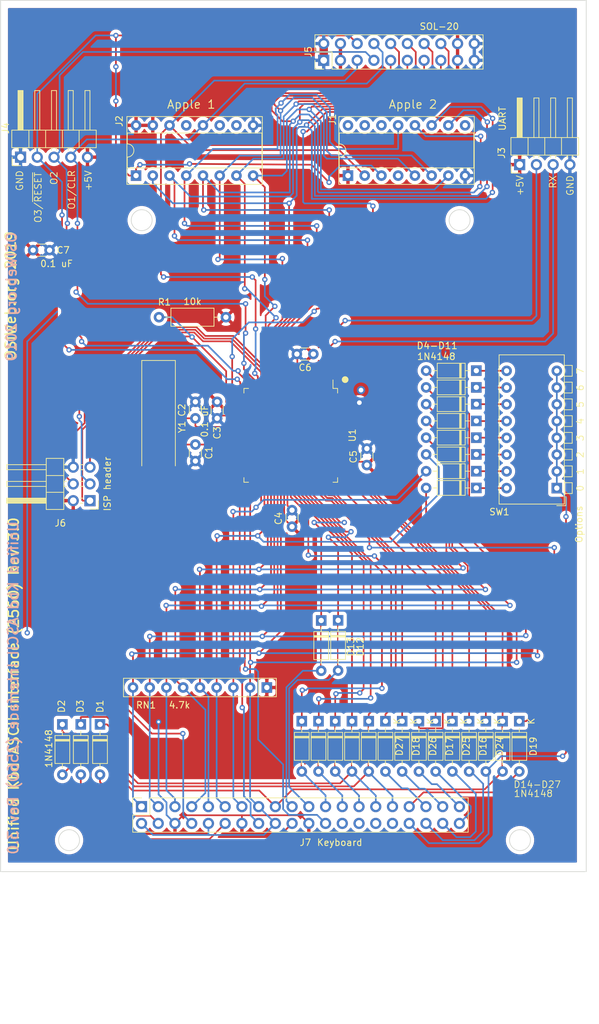
<source format=kicad_pcb>
(kicad_pcb (version 20171130) (host pcbnew "(5.1.5-0-10_14)")
  (title_block (title "Unified Retro Keyboard ASCII Interface (2560)") (date 2020-04-13) (rev 3.0))
  (layers (0 F.Cu signal) (31 B.Cu signal) (34 B.Paste user) (35 F.Paste user) (36 B.SilkS user) (37 F.SilkS user) (38 B.Mask user) (39 F.Mask user) (44 Edge.Cuts user))
  (net 0 "")
  (net 1 GND)
  (net 2 /Row3)
  (net 3 /Row0)
  (net 4 /Row1)
  (net 5 /Row4)
  (net 6 /Row5)
  (net 7 /Row7)
  (net 8 /D7)
  (net 9 /D1)
  (net 10 /D2)
  (net 11 /D3)
  (net 12 /D4)
  (net 13 /D5)
  (net 14 /D6)
  (net 15 /Col0)
  (net 16 /Col1)
  (net 17 /Col2)
  (net 18 /Col3)
  (net 19 /Col4)
  (net 20 /Col5)
  (net 21 /Col6)
  (net 22 /Col7)
  (net 23 /Row6)
  (net 24 /Row2)
  (net 25 /D0)
  (net 26 /~STROBE)
  (net 27 /Row10)
  (net 28 /Row9)
  (net 29 /Row8)
  (net 30 /Row15)
  (net 31 /Row14)
  (net 32 /Row13)
  (net 33 /Row12)
  (net 34 /Row11)
  (net 35 /Tx)
  (net 36 /Rx)
  (net 37 "Net-(D11-Pad1)")
  (net 38 "Net-(D12-Pad1)")
  (net 39 "Net-(D13-Pad1)")
  (net 40 "Net-(D14-Pad1)")
  (net 41 "Net-(D15-Pad1)")
  (net 42 "Net-(D16-Pad1)")
  (net 43 "Net-(D17-Pad1)")
  (net 44 "Net-(D18-Pad1)")
  (net 45 "Net-(D19-Pad1)")
  (net 46 "Net-(D20-Pad1)")
  (net 47 "Net-(D24-Pad1)")
  (net 48 "Net-(D25-Pad1)")
  (net 49 "Net-(D26-Pad1)")
  (net 50 "Net-(D4-Pad1)")
  (net 51 "Net-(D5-Pad1)")
  (net 52 "Net-(D6-Pad1)")
  (net 53 "Net-(D7-Pad1)")
  (net 54 "Net-(D8-Pad1)")
  (net 55 "Net-(D9-Pad1)")
  (net 56 "Net-(D10-Pad1)")
  (net 57 "Net-(D27-Pad1)")
  (net 58 /LED1)
  (net 59 "Net-(R2-Pad1)")
  (net 60 /OUT1)
  (net 61 /OUT2)
  (net 62 /OUT3)
  (net 63 /ISP-RESET)
  (net 64 /ISP-MOSI)
  (net 65 /ISP-SCK)
  (net 66 /ISP-MISO)
  (net 67 "Net-(J7-Pad32)")
  (net 68 "Net-(J7-Pad30)")
  (net 69 "Net-(J7-Pad28)")
  (net 70 "Net-(J7-Pad26)")
  (net 71 /LED3)
  (net 72 /LED2)
  (net 73 "Net-(C1-Pad1)")
  (net 74 "Net-(C2-Pad1)")
  (net 75 "Net-(D1-Pad2)")
  (net 76 "Net-(D2-Pad2)")
  (net 77 "Net-(D3-Pad2)")
  (net 78 "Net-(D21-Pad1)")
  (net 79 "Net-(D22-Pad1)")
  (net 80 "Net-(D23-Pad1)")
  (net 81 "Net-(J1-Pad9)")
  (net 82 "Net-(J1-Pad4)")
  (net 83 "Net-(J1-Pad14)")
  (net 84 "Net-(J1-Pad15)")
  (net 85 "Net-(J1-Pad16)")
  (net 86 "Net-(J2-Pad10)")
  (net 87 "Net-(J2-Pad11)")
  (net 88 "Net-(J2-Pad13)")
  (net 89 "Net-(U1-Pad98)")
  (net 90 "Net-(U1-Pad97)")
  (net 91 "Net-(U1-Pad96)")
  (net 92 "Net-(U1-Pad95)")
  (net 93 "Net-(U1-Pad94)")
  (net 94 "Net-(U1-Pad93)")
  (net 95 "Net-(U1-Pad92)")
  (net 96 "Net-(U1-Pad91)")
  (net 97 "Net-(U1-Pad90)")
  (net 98 "Net-(U1-Pad89)")
  (net 99 "Net-(U1-Pad88)")
  (net 100 "Net-(U1-Pad87)")
  (net 101 "Net-(U1-Pad86)")
  (net 102 "Net-(U1-Pad85)")
  (net 103 "Net-(U1-Pad84)")
  (net 104 "Net-(U1-Pad83)")
  (net 105 "Net-(U1-Pad82)")
  (net 106 "Net-(U1-Pad70)")
  (net 107 "Net-(U1-Pad52)")
  (net 108 "Net-(U1-Pad51)")
  (net 109 "Net-(U1-Pad47)")
  (net 110 "Net-(U1-Pad46)")
  (net 111 "Net-(U1-Pad45)")
  (net 112 "Net-(U1-Pad44)")
  (net 113 "Net-(U1-Pad43)")
  (net 114 "Net-(U1-Pad42)")
  (net 115 "Net-(U1-Pad41)")
  (net 116 "Net-(U1-Pad40)")
  (net 117 "Net-(U1-Pad39)")
  (net 118 "Net-(U1-Pad38)")
  (net 119 "Net-(U1-Pad37)")
  (net 120 "Net-(U1-Pad36)")
  (net 121 "Net-(U1-Pad35)")
  (net 122 "Net-(U1-Pad29)")
  (net 123 "Net-(U1-Pad28)")
  (net 124 "Net-(U1-Pad19)")
  (net 125 "Net-(U1-Pad9)")
  (net 126 "Net-(U1-Pad8)")
  (net 127 "Net-(U1-Pad7)")
  (net 128 "Net-(U1-Pad6)")
  (net 129 "Net-(U1-Pad5)")
  (net 130 "Net-(U1-Pad4)")
  (net 131 "Net-(U1-Pad1)")
  (net 132 VCC)
  (module unikbd:D_DO-35_SOD27_P7.62mm_Horizontal_bypassed (layer F.Cu) (at 240.03 160.0724 270)
    (fp_text reference D15 hide)
    (fp_text value 1N4148)
    (fp_poly (pts (xy 7.239 0.127) (xy 0.381 0.127) (xy 0.381 0) (xy 7.239 0)) (layer F.Cu) (width 0.0508))
    (pad 1 thru_hole rect (at 0 0 270) (size 1.6 1.6) (drill 0.8) (layers *.Cu *.Mask) (net 41 "Net-(D15-Pad1)"))
    (pad 2 thru_hole oval (at 7.62 0 270) (size 1.6 1.6) (drill 0.8) (layers *.Cu *.Mask) (net 7 /Row7))
  )
  (module Package_QFP:TQFP-100_14x14mm_P0.5mm (layer F.Cu) (at 207.876 116.74 270)
    (fp_text reference U1 (at 0 -9.35 90) (layer F.SilkS))
    (fp_text value ATmega2560-16AU)
    (pad 100 smd roundrect (at -6 -7.6625 270) (size 0.3 1.475) (layers F.Cu F.Paste F.Mask) (net 132 VCC))
    (pad 99 smd roundrect (at -5.5 -7.6625 270) (size 0.3 1.475) (layers F.Cu F.Paste F.Mask) (net 1 GND))
    (pad 98 smd roundrect (at -5 -7.6625 270) (size 0.3 1.475) (layers F.Cu F.Paste F.Mask) (net 89 "Net-(U1-Pad98)"))
    (pad 97 smd roundrect (at -4.5 -7.6625 270) (size 0.3 1.475) (layers F.Cu F.Paste F.Mask) (net 90 "Net-(U1-Pad97)"))
    (pad 96 smd roundrect (at -4 -7.6625 270) (size 0.3 1.475) (layers F.Cu F.Paste F.Mask) (net 91 "Net-(U1-Pad96)"))
    (pad 95 smd roundrect (at -3.5 -7.6625 270) (size 0.3 1.475) (layers F.Cu F.Paste F.Mask) (net 92 "Net-(U1-Pad95)"))
    (pad 94 smd roundrect (at -3 -7.6625 270) (size 0.3 1.475) (layers F.Cu F.Paste F.Mask) (net 93 "Net-(U1-Pad94)"))
    (pad 93 smd roundrect (at -2.5 -7.6625 270) (size 0.3 1.475) (layers F.Cu F.Paste F.Mask) (net 94 "Net-(U1-Pad93)"))
    (pad 92 smd roundrect (at -2 -7.6625 270) (size 0.3 1.475) (layers F.Cu F.Paste F.Mask) (net 95 "Net-(U1-Pad92)"))
    (pad 91 smd roundrect (at -1.5 -7.6625 270) (size 0.3 1.475) (layers F.Cu F.Paste F.Mask) (net 96 "Net-(U1-Pad91)"))
    (pad 90 smd roundrect (at -1 -7.6625 270) (size 0.3 1.475) (layers F.Cu F.Paste F.Mask) (net 97 "Net-(U1-Pad90)"))
    (pad 89 smd roundrect (at -0.5 -7.6625 270) (size 0.3 1.475) (layers F.Cu F.Paste F.Mask) (net 98 "Net-(U1-Pad89)"))
    (pad 88 smd roundrect (at 0 -7.6625 270) (size 0.3 1.475) (layers F.Cu F.Paste F.Mask) (net 99 "Net-(U1-Pad88)"))
    (pad 87 smd roundrect (at 0.5 -7.6625 270) (size 0.3 1.475) (layers F.Cu F.Paste F.Mask) (net 100 "Net-(U1-Pad87)"))
    (pad 86 smd roundrect (at 1 -7.6625 270) (size 0.3 1.475) (layers F.Cu F.Paste F.Mask) (net 101 "Net-(U1-Pad86)"))
    (pad 85 smd roundrect (at 1.5 -7.6625 270) (size 0.3 1.475) (layers F.Cu F.Paste F.Mask) (net 102 "Net-(U1-Pad85)"))
    (pad 84 smd roundrect (at 2 -7.6625 270) (size 0.3 1.475) (layers F.Cu F.Paste F.Mask) (net 103 "Net-(U1-Pad84)"))
    (pad 83 smd roundrect (at 2.5 -7.6625 270) (size 0.3 1.475) (layers F.Cu F.Paste F.Mask) (net 104 "Net-(U1-Pad83)"))
    (pad 82 smd roundrect (at 3 -7.6625 270) (size 0.3 1.475) (layers F.Cu F.Paste F.Mask) (net 105 "Net-(U1-Pad82)"))
    (pad 81 smd roundrect (at 3.5 -7.6625 270) (size 0.3 1.475) (layers F.Cu F.Paste F.Mask) (net 1 GND))
    (pad 80 smd roundrect (at 4 -7.6625 270) (size 0.3 1.475) (layers F.Cu F.Paste F.Mask) (net 132 VCC))
    (pad 79 smd roundrect (at 4.5 -7.6625 270) (size 0.3 1.475) (layers F.Cu F.Paste F.Mask) (net 41 "Net-(D15-Pad1)"))
    (pad 78 smd roundrect (at 5 -7.6625 270) (size 0.3 1.475) (layers F.Cu F.Paste F.Mask) (net 47 "Net-(D24-Pad1)"))
    (pad 77 smd roundrect (at 5.5 -7.6625 270) (size 0.3 1.475) (layers F.Cu F.Paste F.Mask) (net 42 "Net-(D16-Pad1)"))
    (pad 76 smd roundrect (at 6 -7.6625 270) (size 0.3 1.475) (layers F.Cu F.Paste F.Mask) (net 48 "Net-(D25-Pad1)"))
    (pad 75 smd roundrect (at 7.6625 -6 270) (size 1.475 0.3) (layers F.Cu F.Paste F.Mask) (net 43 "Net-(D17-Pad1)"))
    (pad 74 smd roundrect (at 7.6625 -5.5 270) (size 1.475 0.3) (layers F.Cu F.Paste F.Mask) (net 49 "Net-(D26-Pad1)"))
    (pad 73 smd roundrect (at 7.6625 -5 270) (size 1.475 0.3) (layers F.Cu F.Paste F.Mask) (net 44 "Net-(D18-Pad1)"))
    (pad 72 smd roundrect (at 7.6625 -4.5 270) (size 1.475 0.3) (layers F.Cu F.Paste F.Mask) (net 57 "Net-(D27-Pad1)"))
    (pad 71 smd roundrect (at 7.6625 -4 270) (size 1.475 0.3) (layers F.Cu F.Paste F.Mask) (net 45 "Net-(D19-Pad1)"))
    (pad 70 smd roundrect (at 7.6625 -3.5 270) (size 1.475 0.3) (layers F.Cu F.Paste F.Mask) (net 106 "Net-(U1-Pad70)"))
    (pad 69 smd roundrect (at 7.6625 -3 270) (size 1.475 0.3) (layers F.Cu F.Paste F.Mask) (net 39 "Net-(D13-Pad1)"))
    (pad 68 smd roundrect (at 7.6625 -2.5 270) (size 1.475 0.3) (layers F.Cu F.Paste F.Mask) (net 38 "Net-(D12-Pad1)"))
    (pad 67 smd roundrect (at 7.6625 -2 270) (size 1.475 0.3) (layers F.Cu F.Paste F.Mask) (net 79 "Net-(D22-Pad1)"))
    (pad 66 smd roundrect (at 7.6625 -1.5 270) (size 1.475 0.3) (layers F.Cu F.Paste F.Mask) (net 80 "Net-(D23-Pad1)"))
    (pad 65 smd roundrect (at 7.6625 -1 270) (size 1.475 0.3) (layers F.Cu F.Paste F.Mask) (net 78 "Net-(D21-Pad1)"))
    (pad 64 smd roundrect (at 7.6625 -0.5 270) (size 1.475 0.3) (layers F.Cu F.Paste F.Mask) (net 40 "Net-(D14-Pad1)"))
    (pad 63 smd roundrect (at 7.6625 0 270) (size 1.475 0.3) (layers F.Cu F.Paste F.Mask) (net 46 "Net-(D20-Pad1)"))
    (pad 62 smd roundrect (at 7.6625 0.5 270) (size 1.475 0.3) (layers F.Cu F.Paste F.Mask) (net 1 GND))
    (pad 61 smd roundrect (at 7.6625 1 270) (size 1.475 0.3) (layers F.Cu F.Paste F.Mask) (net 132 VCC))
    (pad 60 smd roundrect (at 7.6625 1.5 270) (size 1.475 0.3) (layers F.Cu F.Paste F.Mask) (net 22 /Col7))
    (pad 59 smd roundrect (at 7.6625 2 270) (size 1.475 0.3) (layers F.Cu F.Paste F.Mask) (net 21 /Col6))
    (pad 58 smd roundrect (at 7.6625 2.5 270) (size 1.475 0.3) (layers F.Cu F.Paste F.Mask) (net 20 /Col5))
    (pad 57 smd roundrect (at 7.6625 3 270) (size 1.475 0.3) (layers F.Cu F.Paste F.Mask) (net 19 /Col4))
    (pad 56 smd roundrect (at 7.6625 3.5 270) (size 1.475 0.3) (layers F.Cu F.Paste F.Mask) (net 18 /Col3))
    (pad 55 smd roundrect (at 7.6625 4 270) (size 1.475 0.3) (layers F.Cu F.Paste F.Mask) (net 17 /Col2))
    (pad 54 smd roundrect (at 7.6625 4.5 270) (size 1.475 0.3) (layers F.Cu F.Paste F.Mask) (net 16 /Col1))
    (pad 53 smd roundrect (at 7.6625 5 270) (size 1.475 0.3) (layers F.Cu F.Paste F.Mask) (net 15 /Col0))
    (pad 52 smd roundrect (at 7.6625 5.5 270) (size 1.475 0.3) (layers F.Cu F.Paste F.Mask) (net 107 "Net-(U1-Pad52)"))
    (pad 51 smd roundrect (at 7.6625 6 270) (size 1.475 0.3) (layers F.Cu F.Paste F.Mask) (net 108 "Net-(U1-Pad51)"))
    (pad 50 smd roundrect (at 6 7.6625 270) (size 0.3 1.475) (layers F.Cu F.Paste F.Mask) (net 71 /LED3))
    (pad 49 smd roundrect (at 5.5 7.6625 270) (size 0.3 1.475) (layers F.Cu F.Paste F.Mask) (net 72 /LED2))
    (pad 48 smd roundrect (at 5 7.6625 270) (size 0.3 1.475) (layers F.Cu F.Paste F.Mask) (net 58 /LED1))
    (pad 47 smd roundrect (at 4.5 7.6625 270) (size 0.3 1.475) (layers F.Cu F.Paste F.Mask) (net 109 "Net-(U1-Pad47)"))
    (pad 46 smd roundrect (at 4 7.6625 270) (size 0.3 1.475) (layers F.Cu F.Paste F.Mask) (net 110 "Net-(U1-Pad46)"))
    (pad 45 smd roundrect (at 3.5 7.6625 270) (size 0.3 1.475) (layers F.Cu F.Paste F.Mask) (net 111 "Net-(U1-Pad45)"))
    (pad 44 smd roundrect (at 3 7.6625 270) (size 0.3 1.475) (layers F.Cu F.Paste F.Mask) (net 112 "Net-(U1-Pad44)"))
    (pad 43 smd roundrect (at 2.5 7.6625 270) (size 0.3 1.475) (layers F.Cu F.Paste F.Mask) (net 113 "Net-(U1-Pad43)"))
    (pad 42 smd roundrect (at 2 7.6625 270) (size 0.3 1.475) (layers F.Cu F.Paste F.Mask) (net 114 "Net-(U1-Pad42)"))
    (pad 41 smd roundrect (at 1.5 7.6625 270) (size 0.3 1.475) (layers F.Cu F.Paste F.Mask) (net 115 "Net-(U1-Pad41)"))
    (pad 40 smd roundrect (at 1 7.6625 270) (size 0.3 1.475) (layers F.Cu F.Paste F.Mask) (net 116 "Net-(U1-Pad40)"))
    (pad 39 smd roundrect (at 0.5 7.6625 270) (size 0.3 1.475) (layers F.Cu F.Paste F.Mask) (net 117 "Net-(U1-Pad39)"))
    (pad 38 smd roundrect (at 0 7.6625 270) (size 0.3 1.475) (layers F.Cu F.Paste F.Mask) (net 118 "Net-(U1-Pad38)"))
    (pad 37 smd roundrect (at -0.5 7.6625 270) (size 0.3 1.475) (layers F.Cu F.Paste F.Mask) (net 119 "Net-(U1-Pad37)"))
    (pad 36 smd roundrect (at -1 7.6625 270) (size 0.3 1.475) (layers F.Cu F.Paste F.Mask) (net 120 "Net-(U1-Pad36)"))
    (pad 35 smd roundrect (at -1.5 7.6625 270) (size 0.3 1.475) (layers F.Cu F.Paste F.Mask) (net 121 "Net-(U1-Pad35)"))
    (pad 34 smd roundrect (at -2 7.6625 270) (size 0.3 1.475) (layers F.Cu F.Paste F.Mask) (net 73 "Net-(C1-Pad1)"))
    (pad 33 smd roundrect (at -2.5 7.6625 270) (size 0.3 1.475) (layers F.Cu F.Paste F.Mask) (net 74 "Net-(C2-Pad1)"))
    (pad 32 smd roundrect (at -3 7.6625 270) (size 0.3 1.475) (layers F.Cu F.Paste F.Mask) (net 1 GND))
    (pad 31 smd roundrect (at -3.5 7.6625 270) (size 0.3 1.475) (layers F.Cu F.Paste F.Mask) (net 132 VCC))
    (pad 30 smd roundrect (at -4 7.6625 270) (size 0.3 1.475) (layers F.Cu F.Paste F.Mask) (net 63 /ISP-RESET))
    (pad 29 smd roundrect (at -4.5 7.6625 270) (size 0.3 1.475) (layers F.Cu F.Paste F.Mask) (net 122 "Net-(U1-Pad29)"))
    (pad 28 smd roundrect (at -5 7.6625 270) (size 0.3 1.475) (layers F.Cu F.Paste F.Mask) (net 123 "Net-(U1-Pad28)"))
    (pad 27 smd roundrect (at -5.5 7.6625 270) (size 0.3 1.475) (layers F.Cu F.Paste F.Mask) (net 8 /D7))
    (pad 26 smd roundrect (at -6 7.6625 270) (size 0.3 1.475) (layers F.Cu F.Paste F.Mask) (net 62 /OUT3))
    (pad 25 smd roundrect (at -7.6625 6 270) (size 1.475 0.3) (layers F.Cu F.Paste F.Mask) (net 61 /OUT2))
    (pad 24 smd roundrect (at -7.6625 5.5 270) (size 1.475 0.3) (layers F.Cu F.Paste F.Mask) (net 60 /OUT1))
    (pad 23 smd roundrect (at -7.6625 5 270) (size 1.475 0.3) (layers F.Cu F.Paste F.Mask) (net 26 /~STROBE))
    (pad 22 smd roundrect (at -7.6625 4.5 270) (size 1.475 0.3) (layers F.Cu F.Paste F.Mask) (net 66 /ISP-MISO))
    (pad 21 smd roundrect (at -7.6625 4 270) (size 1.475 0.3) (layers F.Cu F.Paste F.Mask) (net 64 /ISP-MOSI))
    (pad 20 smd roundrect (at -7.6625 3.5 270) (size 1.475 0.3) (layers F.Cu F.Paste F.Mask) (net 65 /ISP-SCK))
    (pad 19 smd roundrect (at -7.6625 3 270) (size 1.475 0.3) (layers F.Cu F.Paste F.Mask) (net 124 "Net-(U1-Pad19)"))
    (pad 18 smd roundrect (at -7.6625 2.5 270) (size 1.475 0.3) (layers F.Cu F.Paste F.Mask) (net 14 /D6))
    (pad 17 smd roundrect (at -7.6625 2 270) (size 1.475 0.3) (layers F.Cu F.Paste F.Mask) (net 13 /D5))
    (pad 16 smd roundrect (at -7.6625 1.5 270) (size 1.475 0.3) (layers F.Cu F.Paste F.Mask) (net 12 /D4))
    (pad 15 smd roundrect (at -7.6625 1 270) (size 1.475 0.3) (layers F.Cu F.Paste F.Mask) (net 11 /D3))
    (pad 14 smd roundrect (at -7.6625 0.5 270) (size 1.475 0.3) (layers F.Cu F.Paste F.Mask) (net 10 /D2))
    (pad 13 smd roundrect (at -7.6625 0 270) (size 1.475 0.3) (layers F.Cu F.Paste F.Mask) (net 9 /D1))
    (pad 12 smd roundrect (at -7.6625 -0.5 270) (size 1.475 0.3) (layers F.Cu F.Paste F.Mask) (net 25 /D0))
    (pad 11 smd roundrect (at -7.6625 -1 270) (size 1.475 0.3) (layers F.Cu F.Paste F.Mask) (net 1 GND))
    (pad 10 smd roundrect (at -7.6625 -1.5 270) (size 1.475 0.3) (layers F.Cu F.Paste F.Mask) (net 132 VCC))
    (pad 9 smd roundrect (at -7.6625 -2 270) (size 1.475 0.3) (layers F.Cu F.Paste F.Mask) (net 125 "Net-(U1-Pad9)"))
    (pad 8 smd roundrect (at -7.6625 -2.5 270) (size 1.475 0.3) (layers F.Cu F.Paste F.Mask) (net 126 "Net-(U1-Pad8)"))
    (pad 7 smd roundrect (at -7.6625 -3 270) (size 1.475 0.3) (layers F.Cu F.Paste F.Mask) (net 127 "Net-(U1-Pad7)"))
    (pad 6 smd roundrect (at -7.6625 -3.5 270) (size 1.475 0.3) (layers F.Cu F.Paste F.Mask) (net 128 "Net-(U1-Pad6)"))
    (pad 5 smd roundrect (at -7.6625 -4 270) (size 1.475 0.3) (layers F.Cu F.Paste F.Mask) (net 129 "Net-(U1-Pad5)"))
    (pad 4 smd roundrect (at -7.6625 -4.5 270) (size 1.475 0.3) (layers F.Cu F.Paste F.Mask) (net 130 "Net-(U1-Pad4)"))
    (pad 3 smd roundrect (at -7.6625 -5 270) (size 1.475 0.3) (layers F.Cu F.Paste F.Mask) (net 35 /Tx))
    (pad 2 smd roundrect (at -7.6625 -5.5 270) (size 1.475 0.3) (layers F.Cu F.Paste F.Mask) (net 36 /Rx))
    (pad 1 smd roundrect (at -7.6625 -6 270) (size 1.475 0.3) (layers F.Cu F.Paste F.Mask) (net 131 "Net-(U1-Pad1)"))
  )
  (module Crystal:Crystal_SMD_HC49-SD_HandSoldering (layer F.Cu) (at 187.81 115.47 270)
    (fp_text reference Y1 (at 0 -3.55 90) (layer F.SilkS))
    (fp_text value "16.000 MHz")
    (pad 2 smd rect (at 5.9375 0 270) (size 7.875 2) (layers F.Cu F.Paste F.Mask) (net 73 "Net-(C1-Pad1)"))
    (pad 1 smd rect (at -5.9375 0 270) (size 7.875 2) (layers F.Cu F.Paste F.Mask) (net 74 "Net-(C2-Pad1)"))
  )
  (module Resistor_THT:R_Axial_DIN0207_L6.3mm_D2.5mm_P10.16mm_Horizontal (layer F.Cu) (at 198.0335 98.833 180)
    (fp_text reference R1 (at 9.3345 2.286) (layer F.SilkS))
    (fp_text value 10k (at 5.08 2.37) (layer F.SilkS))
    (pad 2 thru_hole oval (at 10.16 0 180) (size 1.6 1.6) (drill 0.8) (layers *.Cu *.Mask) (net 63 /ISP-RESET))
    (pad 1 thru_hole circle (at 0 0 180) (size 1.6 1.6) (drill 0.8) (layers *.Cu *.Mask) (net 132 VCC))
  )
  (module Diode_THT:D_DO-35_SOD27_P7.62mm_Horizontal (layer F.Cu) (at 222.25 160.0724 270)
    (fp_text reference D27 (at 3.81 -2.12 90) (layer F.SilkS))
    (fp_text value 1N4148)
    (fp_text user K (at 0 -1.8 90) (layer F.SilkS))
    (pad 2 thru_hole oval (at 7.62 0 270) (size 1.6 1.6) (drill 0.8) (layers *.Cu *.Mask) (net 31 /Row14))
    (pad 1 thru_hole rect (at 0 0 270) (size 1.6 1.6) (drill 0.8) (layers *.Cu *.Mask) (net 57 "Net-(D27-Pad1)"))
  )
  (module Diode_THT:D_DO-35_SOD27_P7.62mm_Horizontal (layer F.Cu) (at 227.33 160.0724 270)
    (fp_text reference D26 (at 3.81 -2.12 90) (layer F.SilkS))
    (fp_text value 1N4148)
    (fp_text user K (at 0 -1.8 90) (layer F.SilkS))
    (pad 2 thru_hole oval (at 7.62 0 270) (size 1.6 1.6) (drill 0.8) (layers *.Cu *.Mask) (net 33 /Row12))
    (pad 1 thru_hole rect (at 0 0 270) (size 1.6 1.6) (drill 0.8) (layers *.Cu *.Mask) (net 49 "Net-(D26-Pad1)"))
  )
  (module Diode_THT:D_DO-35_SOD27_P7.62mm_Horizontal (layer F.Cu) (at 232.41 160.0724 270)
    (fp_text reference D25 (at 3.81 -2.12 90) (layer F.SilkS))
    (fp_text value 1N4148)
    (fp_text user K (at 0 -1.8 90) (layer F.SilkS))
    (pad 2 thru_hole oval (at 7.62 0 270) (size 1.6 1.6) (drill 0.8) (layers *.Cu *.Mask) (net 27 /Row10))
    (pad 1 thru_hole rect (at 0 0 270) (size 1.6 1.6) (drill 0.8) (layers *.Cu *.Mask) (net 48 "Net-(D25-Pad1)"))
  )
  (module Diode_THT:D_DO-35_SOD27_P7.62mm_Horizontal (layer F.Cu) (at 237.49 160.0724 270)
    (fp_text reference D24 (at 3.81 -2.12 90) (layer F.SilkS))
    (fp_text value 1N4148)
    (fp_text user K (at 0 -1.8 90) (layer F.SilkS))
    (pad 2 thru_hole oval (at 7.62 0 270) (size 1.6 1.6) (drill 0.8) (layers *.Cu *.Mask) (net 29 /Row8))
    (pad 1 thru_hole rect (at 0 0 270) (size 1.6 1.6) (drill 0.8) (layers *.Cu *.Mask) (net 47 "Net-(D24-Pad1)"))
  )
  (module Diode_THT:D_DO-35_SOD27_P7.62mm_Horizontal (layer F.Cu) (at 242.57 160.0724 270)
    (fp_text reference D19 (at 3.81 -2.12 90) (layer F.SilkS))
    (fp_text value 1N4148)
    (fp_text user K (at 0 -1.8 90) (layer F.SilkS))
    (pad 2 thru_hole oval (at 7.62 0 270) (size 1.6 1.6) (drill 0.8) (layers *.Cu *.Mask) (net 30 /Row15))
    (pad 1 thru_hole rect (at 0 0 270) (size 1.6 1.6) (drill 0.8) (layers *.Cu *.Mask) (net 45 "Net-(D19-Pad1)"))
  )
  (module Diode_THT:D_DO-35_SOD27_P7.62mm_Horizontal (layer F.Cu) (at 224.79 160.0724 270)
    (fp_text reference D18 (at 3.81 -2.12 90) (layer F.SilkS))
    (fp_text value 1N4148)
    (fp_text user K (at 0 -1.8 90) (layer F.SilkS))
    (pad 2 thru_hole oval (at 7.62 0 270) (size 1.6 1.6) (drill 0.8) (layers *.Cu *.Mask) (net 32 /Row13))
    (pad 1 thru_hole rect (at 0 0 270) (size 1.6 1.6) (drill 0.8) (layers *.Cu *.Mask) (net 44 "Net-(D18-Pad1)"))
  )
  (module Diode_THT:D_DO-35_SOD27_P7.62mm_Horizontal (layer F.Cu) (at 229.87 160.0724 270)
    (fp_text reference D17 (at 3.81 -2.12 90) (layer F.SilkS))
    (fp_text value 1N4148)
    (fp_text user K (at 0 -1.8 90) (layer F.SilkS))
    (pad 2 thru_hole oval (at 7.62 0 270) (size 1.6 1.6) (drill 0.8) (layers *.Cu *.Mask) (net 34 /Row11))
    (pad 1 thru_hole rect (at 0 0 270) (size 1.6 1.6) (drill 0.8) (layers *.Cu *.Mask) (net 43 "Net-(D17-Pad1)"))
  )
  (module Diode_THT:D_DO-35_SOD27_P7.62mm_Horizontal (layer F.Cu) (at 234.95 160.0724 270)
    (fp_text reference D16 (at 3.81 -2.12 90) (layer F.SilkS))
    (fp_text value 1N4148)
    (fp_text user K (at 0 -1.8 90) (layer F.SilkS))
    (pad 2 thru_hole oval (at 7.62 0 270) (size 1.6 1.6) (drill 0.8) (layers *.Cu *.Mask) (net 28 /Row9))
    (pad 1 thru_hole rect (at 0 0 270) (size 1.6 1.6) (drill 0.8) (layers *.Cu *.Mask) (net 42 "Net-(D16-Pad1)"))
  )
  (module Capacitor_THT:C_Disc_D3.0mm_W1.6mm_P2.50mm (layer F.Cu) (at 211.305 104.421 180)
    (fp_text reference C6 (at 1.25 -2.05) (layer F.SilkS))
    (fp_text value "0.1 uF")
    (pad 2 thru_hole circle (at 2.5 0 180) (size 1.6 1.6) (drill 0.8) (layers *.Cu *.Mask) (net 1 GND))
    (pad 1 thru_hole circle (at 0 0 180) (size 1.6 1.6) (drill 0.8) (layers *.Cu *.Mask) (net 132 VCC))
  )
  (module Capacitor_THT:C_Disc_D3.0mm_W1.6mm_P2.50mm (layer F.Cu) (at 193.398 114.16 90)
    (fp_text reference C2 (at 1.25 -2.05 90) (layer F.SilkS))
    (fp_text value 36pf)
    (pad 2 thru_hole circle (at 2.5 0 90) (size 1.6 1.6) (drill 0.8) (layers *.Cu *.Mask) (net 1 GND))
    (pad 1 thru_hole circle (at 0 0 90) (size 1.6 1.6) (drill 0.8) (layers *.Cu *.Mask) (net 74 "Net-(C2-Pad1)"))
  )
  (module Capacitor_THT:C_Disc_D3.0mm_W1.6mm_P2.50mm (layer F.Cu) (at 219.433 121.2485 90)
    (fp_text reference C5 (at 1.25 -2.05 90) (layer F.SilkS))
    (fp_text value "0.1 uF")
    (pad 2 thru_hole circle (at 2.5 0 90) (size 1.6 1.6) (drill 0.8) (layers *.Cu *.Mask) (net 1 GND))
    (pad 1 thru_hole circle (at 0 0 90) (size 1.6 1.6) (drill 0.8) (layers *.Cu *.Mask) (net 132 VCC))
  )
  (module Capacitor_THT:C_Disc_D3.0mm_W1.6mm_P2.50mm (layer F.Cu) (at 193.398 118.137 270)
    (fp_text reference C1 (at 1.25 -2.05 90) (layer F.SilkS))
    (fp_text value 36pf)
    (pad 2 thru_hole circle (at 2.5 0 270) (size 1.6 1.6) (drill 0.8) (layers *.Cu *.Mask) (net 1 GND))
    (pad 1 thru_hole circle (at 0 0 270) (size 1.6 1.6) (drill 0.8) (layers *.Cu *.Mask) (net 73 "Net-(C1-Pad1)"))
  )
  (module Capacitor_THT:C_Disc_D3.0mm_W1.6mm_P2.50mm (layer F.Cu) (at 208.0665 130.583 90)
    (fp_text reference C4 (at 1.25 -2.05 90) (layer F.SilkS))
    (fp_text value "0.1 uF")
    (pad 2 thru_hole circle (at 2.5 0 90) (size 1.6 1.6) (drill 0.8) (layers *.Cu *.Mask) (net 1 GND))
    (pad 1 thru_hole circle (at 0 0 90) (size 1.6 1.6) (drill 0.8) (layers *.Cu *.Mask) (net 132 VCC))
  )
  (module unikbd:PinHeader_2x20_P2.54mm_Vertical (layer F.Cu) (at 185.397 175.5918 90)
    (fp_text reference J7 (at -2.8702 24.7015 180) (layer F.SilkS))
    (fp_text value Keyboard (at -2.8702 29.9085 180) (layer F.SilkS))
    (pad 40 thru_hole oval (at 0.0254 48.0822 90) (size 1.7 1.7) (drill 1) (layers *.Cu *.Mask) (net 34 /Row11))
    (pad 39 thru_hole oval (at 2.5654 48.0822 90) (size 1.7 1.7) (drill 1) (layers *.Cu *.Mask) (net 33 /Row12))
    (pad 38 thru_hole oval (at 0.0254 45.5422 90) (size 1.7 1.7) (drill 1) (layers *.Cu *.Mask) (net 27 /Row10))
    (pad 37 thru_hole oval (at 2.5654 45.5422 90) (size 1.7 1.7) (drill 1) (layers *.Cu *.Mask) (net 32 /Row13))
    (pad 36 thru_hole oval (at 0.0254 43.0022 90) (size 1.7 1.7) (drill 1) (layers *.Cu *.Mask) (net 28 /Row9))
    (pad 35 thru_hole oval (at 2.5654 43.0022 90) (size 1.7 1.7) (drill 1) (layers *.Cu *.Mask) (net 31 /Row14))
    (pad 34 thru_hole oval (at 0.0254 40.4622 90) (size 1.7 1.7) (drill 1) (layers *.Cu *.Mask) (net 29 /Row8))
    (pad 33 thru_hole oval (at 2.5654 40.4622 90) (size 1.7 1.7) (drill 1) (layers *.Cu *.Mask) (net 30 /Row15))
    (pad 32 thru_hole oval (at 0.0254 37.9222 90) (size 1.7 1.7) (drill 1) (layers *.Cu *.Mask) (net 67 "Net-(J7-Pad32)"))
    (pad 31 thru_hole oval (at 2.5654 37.9222 90) (size 1.7 1.7) (drill 1) (layers *.Cu *.Mask) (net 3 /Row0))
    (pad 30 thru_hole oval (at 0.0254 35.3822 90) (size 1.7 1.7) (drill 1) (layers *.Cu *.Mask) (net 68 "Net-(J7-Pad30)"))
    (pad 29 thru_hole oval (at 2.5654 35.3822 90) (size 1.7 1.7) (drill 1) (layers *.Cu *.Mask) (net 4 /Row1))
    (pad 28 thru_hole oval (at 0.0254 32.8422 90) (size 1.7 1.7) (drill 1) (layers *.Cu *.Mask) (net 69 "Net-(J7-Pad28)"))
    (pad 27 thru_hole oval (at 2.5654 32.8422 90) (size 1.7 1.7) (drill 1) (layers *.Cu *.Mask) (net 24 /Row2))
    (pad 26 thru_hole oval (at 0.0254 30.3022 90) (size 1.7 1.7) (drill 1) (layers *.Cu *.Mask) (net 70 "Net-(J7-Pad26)"))
    (pad 25 thru_hole oval (at 2.5654 30.3022 90) (size 1.7 1.7) (drill 1) (layers *.Cu *.Mask) (net 2 /Row3))
    (pad 24 thru_hole oval (at 0.0254 27.7622 90) (size 1.7 1.7) (drill 1) (layers *.Cu *.Mask) (net 71 /LED3))
    (pad 23 thru_hole oval (at 2.5654 27.7622 90) (size 1.7 1.7) (drill 1) (layers *.Cu *.Mask) (net 5 /Row4))
    (pad 22 thru_hole oval (at 0.0254 25.2222 90) (size 1.7 1.7) (drill 1) (layers *.Cu *.Mask) (net 132 VCC))
    (pad 21 thru_hole oval (at 2.5654 25.2222 90) (size 1.7 1.7) (drill 1) (layers *.Cu *.Mask) (net 6 /Row5))
    (pad 20 thru_hole oval (at 0.0254 22.6822 90) (size 1.7 1.7) (drill 1) (layers *.Cu *.Mask) (net 77 "Net-(D3-Pad2)"))
    (pad 19 thru_hole oval (at 2.5654 22.6822 90) (size 1.7 1.7) (drill 1) (layers *.Cu *.Mask) (net 23 /Row6))
    (pad 18 thru_hole oval (at 0.0254 20.1422 90) (size 1.7 1.7) (drill 1) (layers *.Cu *.Mask) (net 15 /Col0))
    (pad 17 thru_hole oval (at 2.5654 20.1422 90) (size 1.7 1.7) (drill 1) (layers *.Cu *.Mask) (net 7 /Row7))
    (pad 16 thru_hole oval (at 0.0254 17.6022 90) (size 1.7 1.7) (drill 1) (layers *.Cu *.Mask) (net 72 /LED2))
    (pad 15 thru_hole oval (at 2.5654 17.6022 90) (size 1.7 1.7) (drill 1) (layers *.Cu *.Mask) (net 15 /Col0))
    (pad 14 thru_hole oval (at 0.0254 15.0622 90) (size 1.7 1.7) (drill 1) (layers *.Cu *.Mask) (net 132 VCC))
    (pad 13 thru_hole oval (at 2.5654 15.0622 90) (size 1.7 1.7) (drill 1) (layers *.Cu *.Mask) (net 16 /Col1))
    (pad 12 thru_hole oval (at 0.0254 12.5222 90) (size 1.7 1.7) (drill 1) (layers *.Cu *.Mask) (net 76 "Net-(D2-Pad2)"))
    (pad 11 thru_hole oval (at 2.5654 12.5222 90) (size 1.7 1.7) (drill 1) (layers *.Cu *.Mask) (net 17 /Col2))
    (pad 10 thru_hole oval (at 0.0254 9.9822 90) (size 1.7 1.7) (drill 1) (layers *.Cu *.Mask) (net 15 /Col0))
    (pad 9 thru_hole oval (at 2.5654 9.9822 90) (size 1.7 1.7) (drill 1) (layers *.Cu *.Mask) (net 18 /Col3))
    (pad 8 thru_hole oval (at 0.0254 7.4422 90) (size 1.7 1.7) (drill 1) (layers *.Cu *.Mask) (net 58 /LED1))
    (pad 7 thru_hole oval (at 2.5654 7.4422 90) (size 1.7 1.7) (drill 1) (layers *.Cu *.Mask) (net 19 /Col4))
    (pad 6 thru_hole oval (at 0.0254 4.9022 90) (size 1.7 1.7) (drill 1) (layers *.Cu *.Mask) (net 132 VCC))
    (pad 5 thru_hole oval (at 2.5654 4.9022 90) (size 1.7 1.7) (drill 1) (layers *.Cu *.Mask) (net 20 /Col5))
    (pad 4 thru_hole oval (at 0.0254 2.3622 90) (size 1.7 1.7) (drill 1) (layers *.Cu *.Mask) (net 75 "Net-(D1-Pad2)"))
    (pad 3 thru_hole oval (at 2.5654 2.3622 90) (size 1.7 1.7) (drill 1) (layers *.Cu *.Mask) (net 21 /Col6))
    (pad 2 thru_hole oval (at 0.0254 -0.1778 90) (size 1.7 1.7) (drill 1) (layers *.Cu *.Mask) (net 15 /Col0))
    (pad 1 thru_hole rect (at 2.5654 -0.1778 90) (size 1.7 1.7) (drill 1) (layers *.Cu *.Mask) (net 22 /Col7))
  )
  (module unikbd:SOL20-header-vertical (layer F.Cu) (at 212.8798 59.8948 90)
    (fp_text reference J5 (at 1.27 -2.33 90) (layer F.SilkS))
    (fp_text value SOL-20 (at 5.1308 17.5514 180) (layer F.SilkS))
    (pad 20 thru_hole oval (at 2.54 22.86 90) (size 1.7 1.7) (drill 1) (layers *.Cu *.Mask) (net 1 GND))
    (pad 10 thru_hole oval (at 0 22.86 90) (size 1.7 1.7) (drill 1) (layers *.Cu *.Mask) (net 1 GND))
    (pad 19 thru_hole oval (at 2.54 20.32 90) (size 1.7 1.7) (drill 1) (layers *.Cu *.Mask) (net 132 VCC))
    (pad 9 thru_hole oval (at 0 20.32 90) (size 1.7 1.7) (drill 1) (layers *.Cu *.Mask) (net 132 VCC))
    (pad 18 thru_hole oval (at 2.54 17.78 90) (size 1.7 1.7) (drill 1) (layers *.Cu *.Mask) (net 8 /D7))
    (pad 8 thru_hole oval (at 0 17.78 90) (size 1.7 1.7) (drill 1) (layers *.Cu *.Mask) (net 11 /D3))
    (pad 17 thru_hole oval (at 2.54 15.24 90) (size 1.7 1.7) (drill 1) (layers *.Cu *.Mask) (net 14 /D6))
    (pad 7 thru_hole oval (at 0 15.24 90) (size 1.7 1.7) (drill 1) (layers *.Cu *.Mask) (net 10 /D2))
    (pad 16 thru_hole oval (at 2.54 12.7 90) (size 1.7 1.7) (drill 1) (layers *.Cu *.Mask) (net 13 /D5))
    (pad 6 thru_hole oval (at 0 12.7 90) (size 1.7 1.7) (drill 1) (layers *.Cu *.Mask) (net 9 /D1))
    (pad 15 thru_hole oval (at 2.54 10.16 90) (size 1.7 1.7) (drill 1) (layers *.Cu *.Mask) (net 12 /D4))
    (pad 5 thru_hole oval (at 0 10.16 90) (size 1.7 1.7) (drill 1) (layers *.Cu *.Mask) (net 25 /D0))
    (pad 14 thru_hole oval (at 2.54 7.62 90) (size 1.7 1.7) (drill 1) (layers *.Cu *.Mask) (net 60 /OUT1))
    (pad 4 thru_hole oval (at 0 7.62 90) (size 1.7 1.7) (drill 1) (layers *.Cu *.Mask) (net 61 /OUT2))
    (pad 13 thru_hole oval (at 2.54 5.08 90) (size 1.7 1.7) (drill 1) (layers *.Cu *.Mask) (net 62 /OUT3))
    (pad 3 thru_hole oval (at 0 5.08 90) (size 1.7 1.7) (drill 1) (layers *.Cu *.Mask) (net 26 /~STROBE))
    (pad 12 thru_hole oval (at 2.54 2.54 90) (size 1.7 1.7) (drill 1) (layers *.Cu *.Mask) (net 132 VCC))
    (pad 2 thru_hole oval (at 0 2.54 90) (size 1.7 1.7) (drill 1) (layers *.Cu *.Mask) (net 132 VCC))
    (pad 11 thru_hole oval (at 2.54 0 90) (size 1.7 1.7) (drill 1) (layers *.Cu *.Mask) (net 1 GND))
    (pad 1 thru_hole rect (at 0 0 90) (size 1.7 1.7) (drill 1) (layers *.Cu *.Mask) (net 1 GND))
  )
  (module Connector_PinHeader_2.54mm:PinHeader_1x05_P2.54mm_Horizontal (layer F.Cu) (at 166.855 74.576 90)
    (fp_text reference J4 (at 4.385 -2.27 90) (layer F.SilkS))
    (fp_text value Conn_01x05)
    (pad 5 thru_hole oval (at 0 10.16 90) (size 1.7 1.7) (drill 1) (layers *.Cu *.Mask) (net 132 VCC))
    (pad 4 thru_hole oval (at 0 7.62 90) (size 1.7 1.7) (drill 1) (layers *.Cu *.Mask) (net 60 /OUT1))
    (pad 3 thru_hole oval (at 0 5.08 90) (size 1.7 1.7) (drill 1) (layers *.Cu *.Mask) (net 61 /OUT2))
    (pad 2 thru_hole oval (at 0 2.54 90) (size 1.7 1.7) (drill 1) (layers *.Cu *.Mask) (net 62 /OUT3))
    (pad 1 thru_hole rect (at 0 0 90) (size 1.7 1.7) (drill 1) (layers *.Cu *.Mask) (net 1 GND))
  )
  (module Capacitor_THT:C_Disc_D3.0mm_W1.6mm_P2.50mm (layer F.Cu) (at 168.76 88.673)
    (fp_text reference C7 (at 4.572 0) (layer F.SilkS))
    (fp_text value "0.1 uF" (at 3.556 2.05) (layer F.SilkS))
    (pad 2 thru_hole circle (at 2.5 0) (size 1.6 1.6) (drill 0.8) (layers *.Cu *.Mask) (net 1 GND))
    (pad 1 thru_hole circle (at 0 0) (size 1.6 1.6) (drill 0.8) (layers *.Cu *.Mask) (net 132 VCC))
  )
  (module unikbd:D_DO-35_SOD27_P7.62mm_Horizontal_bypassed (layer F.Cu) (at 212.4988 144.807 270)
    (fp_text reference D13 (at 3.9878 -4.4958 90) (layer F.SilkS))
    (fp_text value 1N4148)
    (fp_poly (pts (xy 7.239 0.127) (xy 0.381 0.127) (xy 0.381 0) (xy 7.239 0)) (layer F.Cu) (width 0.0508))
    (pad 1 thru_hole rect (at 0 0 270) (size 1.6 1.6) (drill 0.8) (layers *.Cu *.Mask) (net 39 "Net-(D13-Pad1)"))
    (pad 2 thru_hole oval (at 7.62 0 270) (size 1.6 1.6) (drill 0.8) (layers *.Cu *.Mask) (net 23 /Row6))
  )
  (module unikbd:D_DO-35_SOD27_P7.62mm_Horizontal_bypassed (layer F.Cu) (at 209.55 160.0724 270)
    (fp_text reference D22 hide)
    (fp_text value 1N4148)
    (fp_poly (pts (xy 7.239 0.127) (xy 0.381 0.127) (xy 0.381 0) (xy 7.239 0)) (layer F.Cu) (width 0.0508))
    (pad 1 thru_hole rect (at 0 0 270) (size 1.6 1.6) (drill 0.8) (layers *.Cu *.Mask) (net 79 "Net-(D22-Pad1)"))
    (pad 2 thru_hole oval (at 7.62 0 270) (size 1.6 1.6) (drill 0.8) (layers *.Cu *.Mask) (net 5 /Row4))
  )
  (module unikbd:D_DO-35_SOD27_P7.62mm_Horizontal_bypassed (layer F.Cu) (at 214.63 160.0724 270)
    (fp_text reference D21 hide)
    (fp_text value 1N4148)
    (fp_poly (pts (xy 7.239 0.127) (xy 0.381 0.127) (xy 0.381 0) (xy 7.239 0)) (layer F.Cu) (width 0.0508))
    (pad 1 thru_hole rect (at 0 0 270) (size 1.6 1.6) (drill 0.8) (layers *.Cu *.Mask) (net 78 "Net-(D21-Pad1)"))
    (pad 2 thru_hole oval (at 7.62 0 270) (size 1.6 1.6) (drill 0.8) (layers *.Cu *.Mask) (net 24 /Row2))
  )
  (module unikbd:D_DO-35_SOD27_P7.62mm_Horizontal_bypassed (layer F.Cu) (at 219.71 160.0724 270)
    (fp_text reference D20 hide)
    (fp_text value 1N4148)
    (fp_poly (pts (xy 7.239 0.127) (xy 0.381 0.127) (xy 0.381 0) (xy 7.239 0)) (layer F.Cu) (width 0.0508))
    (pad 1 thru_hole rect (at 0 0 270) (size 1.6 1.6) (drill 0.8) (layers *.Cu *.Mask) (net 46 "Net-(D20-Pad1)"))
    (pad 2 thru_hole oval (at 7.62 0 270) (size 1.6 1.6) (drill 0.8) (layers *.Cu *.Mask) (net 3 /Row0))
  )
  (module unikbd:D_DO-35_SOD27_P7.62mm_Horizontal_bypassed (layer F.Cu) (at 215.0642 144.7816 270)
    (fp_text reference D12 (at 4.0132 -3.3528 90) (layer F.SilkS))
    (fp_text value 1N4148)
    (fp_poly (pts (xy 7.239 0.127) (xy 0.381 0.127) (xy 0.381 0) (xy 7.239 0)) (layer F.Cu) (width 0.0508))
    (pad 1 thru_hole rect (at 0 0 270) (size 1.6 1.6) (drill 0.8) (layers *.Cu *.Mask) (net 38 "Net-(D12-Pad1)"))
    (pad 2 thru_hole oval (at 7.62 0 270) (size 1.6 1.6) (drill 0.8) (layers *.Cu *.Mask) (net 6 /Row5))
  )
  (module unikbd:D_DO-35_SOD27_P7.62mm_Horizontal_bypassed (layer F.Cu) (at 212.09 160.0724 270)
    (fp_text reference D23 hide)
    (fp_text value 1N4148)
    (fp_poly (pts (xy 7.239 0.127) (xy 0.381 0.127) (xy 0.381 0) (xy 7.239 0)) (layer F.Cu) (width 0.0508))
    (pad 1 thru_hole rect (at 0 0 270) (size 1.6 1.6) (drill 0.8) (layers *.Cu *.Mask) (net 80 "Net-(D23-Pad1)"))
    (pad 2 thru_hole oval (at 7.62 0 270) (size 1.6 1.6) (drill 0.8) (layers *.Cu *.Mask) (net 2 /Row3))
  )
  (module unikbd:D_DO-35_SOD27_P7.62mm_Horizontal_bypassed (layer F.Cu) (at 217.17 160.0724 270)
    (fp_text reference D14 hide)
    (fp_text value 1N4148)
    (fp_poly (pts (xy 7.239 0.127) (xy 0.381 0.127) (xy 0.381 0) (xy 7.239 0)) (layer F.Cu) (width 0.0508))
    (pad 1 thru_hole rect (at 0 0 270) (size 1.6 1.6) (drill 0.8) (layers *.Cu *.Mask) (net 40 "Net-(D14-Pad1)"))
    (pad 2 thru_hole oval (at 7.62 0 270) (size 1.6 1.6) (drill 0.8) (layers *.Cu *.Mask) (net 4 /Row1))
  )
  (module Diode_THT:D_DO-35_SOD27_P7.62mm_Horizontal (layer F.Cu) (at 175.999 160.555 270)
    (fp_text reference D3 (at -2.7305 0.0762 90) (layer F.SilkS))
    (fp_text value 1N4148)
    (pad 2 thru_hole oval (at 7.62 0 270) (size 1.6 1.6) (drill 0.8) (layers *.Cu *.Mask) (net 77 "Net-(D3-Pad2)"))
    (pad 1 thru_hole rect (at 0 0 270) (size 1.6 1.6) (drill 0.8) (layers *.Cu *.Mask) (net 4 /Row1))
  )
  (module Connector_PinHeader_2.54mm:PinHeader_1x04_P2.54mm_Horizontal (layer F.Cu) (at 242.62828 75.70376 90)
    (fp_text reference J3 (at 1.76276 -2.74828 90) (layer F.SilkS))
    (fp_text value UART (at 6.96976 -2.62128 90) (layer F.SilkS))
    (pad 4 thru_hole oval (at 0 7.62 90) (size 1.7 1.7) (drill 1) (layers *.Cu *.Mask) (net 1 GND))
    (pad 3 thru_hole oval (at 0 5.08 90) (size 1.7 1.7) (drill 1) (layers *.Cu *.Mask) (net 36 /Rx))
    (pad 2 thru_hole oval (at 0 2.54 90) (size 1.7 1.7) (drill 1) (layers *.Cu *.Mask) (net 35 /Tx))
    (pad 1 thru_hole rect (at 0 0 90) (size 1.7 1.7) (drill 1) (layers *.Cu *.Mask) (net 132 VCC))
  )
  (module Button_Switch_THT:SW_DIP_SPSTx08_Piano_CTS_Series194-8MSTN_W7.62mm_P2.54mm (layer F.Cu) (at 248.262 124.741 180)
    (fp_text reference SW1 (at 8.7122 -3.6068) (layer F.SilkS))
    (fp_text value Options (at -3.3782 -5.4864 90) (layer F.SilkS))
    (pad 1 thru_hole rect (at 0 0 180) (size 1.6 1.6) (drill 0.8) (layers *.Cu *.Mask) (net 29 /Row8))
    (pad 9 thru_hole oval (at 7.62 17.78 180) (size 1.6 1.6) (drill 0.8) (layers *.Cu *.Mask) (net 37 "Net-(D11-Pad1)"))
    (pad 2 thru_hole oval (at 0 2.54 180) (size 1.6 1.6) (drill 0.8) (layers *.Cu *.Mask) (net 29 /Row8))
    (pad 10 thru_hole oval (at 7.62 15.24 180) (size 1.6 1.6) (drill 0.8) (layers *.Cu *.Mask) (net 56 "Net-(D10-Pad1)"))
    (pad 3 thru_hole oval (at 0 5.08 180) (size 1.6 1.6) (drill 0.8) (layers *.Cu *.Mask) (net 29 /Row8))
    (pad 11 thru_hole oval (at 7.62 12.7 180) (size 1.6 1.6) (drill 0.8) (layers *.Cu *.Mask) (net 55 "Net-(D9-Pad1)"))
    (pad 4 thru_hole oval (at 0 7.62 180) (size 1.6 1.6) (drill 0.8) (layers *.Cu *.Mask) (net 29 /Row8))
    (pad 12 thru_hole oval (at 7.62 10.16 180) (size 1.6 1.6) (drill 0.8) (layers *.Cu *.Mask) (net 54 "Net-(D8-Pad1)"))
    (pad 5 thru_hole oval (at 0 10.16 180) (size 1.6 1.6) (drill 0.8) (layers *.Cu *.Mask) (net 29 /Row8))
    (pad 13 thru_hole oval (at 7.62 7.62 180) (size 1.6 1.6) (drill 0.8) (layers *.Cu *.Mask) (net 53 "Net-(D7-Pad1)"))
    (pad 6 thru_hole oval (at 0 12.7 180) (size 1.6 1.6) (drill 0.8) (layers *.Cu *.Mask) (net 29 /Row8))
    (pad 14 thru_hole oval (at 7.62 5.08 180) (size 1.6 1.6) (drill 0.8) (layers *.Cu *.Mask) (net 52 "Net-(D6-Pad1)"))
    (pad 7 thru_hole oval (at 0 15.24 180) (size 1.6 1.6) (drill 0.8) (layers *.Cu *.Mask) (net 29 /Row8))
    (pad 15 thru_hole oval (at 7.62 2.54 180) (size 1.6 1.6) (drill 0.8) (layers *.Cu *.Mask) (net 51 "Net-(D5-Pad1)"))
    (pad 8 thru_hole oval (at 0 17.78 180) (size 1.6 1.6) (drill 0.8) (layers *.Cu *.Mask) (net 29 /Row8))
    (pad 16 thru_hole oval (at 7.62 0 180) (size 1.6 1.6) (drill 0.8) (layers *.Cu *.Mask) (net 50 "Net-(D4-Pad1)"))
  )
  (module Diode_THT:D_DO-35_SOD27_P7.62mm_Horizontal (layer F.Cu) (at 236.0446 106.9356 180)
    (fp_text reference D11 hide)
    (fp_text value 1N4148 hide)
    (pad 2 thru_hole oval (at 7.62 0 180) (size 1.6 1.6) (drill 0.8) (layers *.Cu *.Mask) (net 22 /Col7))
    (pad 1 thru_hole rect (at 0 0 180) (size 1.6 1.6) (drill 0.8) (layers *.Cu *.Mask) (net 37 "Net-(D11-Pad1)"))
  )
  (module Diode_THT:D_DO-35_SOD27_P7.62mm_Horizontal (layer F.Cu) (at 236.0446 112.0156 180)
    (fp_text reference D9)
    (fp_text value 1N4148 hide)
    (pad 2 thru_hole oval (at 7.62 0 180) (size 1.6 1.6) (drill 0.8) (layers *.Cu *.Mask) (net 20 /Col5))
    (pad 1 thru_hole rect (at 0 0 180) (size 1.6 1.6) (drill 0.8) (layers *.Cu *.Mask) (net 55 "Net-(D9-Pad1)"))
  )
  (module Diode_THT:D_DO-35_SOD27_P7.62mm_Horizontal (layer F.Cu) (at 236.0446 117.0956 180)
    (fp_text reference D7 hide)
    (fp_text value 1N4148 hide)
    (pad 2 thru_hole oval (at 7.62 0 180) (size 1.6 1.6) (drill 0.8) (layers *.Cu *.Mask) (net 18 /Col3))
    (pad 1 thru_hole rect (at 0 0 180) (size 1.6 1.6) (drill 0.8) (layers *.Cu *.Mask) (net 53 "Net-(D7-Pad1)"))
  )
  (module Diode_THT:D_DO-35_SOD27_P7.62mm_Horizontal (layer F.Cu) (at 236.0446 122.1756 180)
    (fp_text reference D5 hide)
    (fp_text value 1N4148 hide)
    (pad 2 thru_hole oval (at 7.62 0 180) (size 1.6 1.6) (drill 0.8) (layers *.Cu *.Mask) (net 16 /Col1))
    (pad 1 thru_hole rect (at 0 0 180) (size 1.6 1.6) (drill 0.8) (layers *.Cu *.Mask) (net 51 "Net-(D5-Pad1)"))
  )
  (module Diode_THT:D_DO-35_SOD27_P7.62mm_Horizontal (layer F.Cu) (at 236.0446 109.4756 180)
    (fp_text reference D10 hide)
    (fp_text value 1N4148 hide)
    (pad 2 thru_hole oval (at 7.62 0 180) (size 1.6 1.6) (drill 0.8) (layers *.Cu *.Mask) (net 21 /Col6))
    (pad 1 thru_hole rect (at 0 0 180) (size 1.6 1.6) (drill 0.8) (layers *.Cu *.Mask) (net 56 "Net-(D10-Pad1)"))
  )
  (module Diode_THT:D_DO-35_SOD27_P7.62mm_Horizontal (layer F.Cu) (at 236.0446 114.5556 180)
    (fp_text reference D8 hide)
    (fp_text value 1N4148 hide)
    (pad 2 thru_hole oval (at 7.62 0 180) (size 1.6 1.6) (drill 0.8) (layers *.Cu *.Mask) (net 19 /Col4))
    (pad 1 thru_hole rect (at 0 0 180) (size 1.6 1.6) (drill 0.8) (layers *.Cu *.Mask) (net 54 "Net-(D8-Pad1)"))
  )
  (module Diode_THT:D_DO-35_SOD27_P7.62mm_Horizontal (layer F.Cu) (at 236.0446 119.6356 180)
    (fp_text reference D6 hide)
    (fp_text value 1N4148 hide)
    (pad 2 thru_hole oval (at 7.62 0 180) (size 1.6 1.6) (drill 0.8) (layers *.Cu *.Mask) (net 17 /Col2))
    (pad 1 thru_hole rect (at 0 0 180) (size 1.6 1.6) (drill 0.8) (layers *.Cu *.Mask) (net 52 "Net-(D6-Pad1)"))
  )
  (module Diode_THT:D_DO-35_SOD27_P7.62mm_Horizontal (layer F.Cu) (at 236.0446 124.7156 180)
    (fp_text reference D4 hide)
    (fp_text value 1N4148 (at 6.0706 19.9136) (layer F.SilkS))
    (pad 2 thru_hole oval (at 7.62 0 180) (size 1.6 1.6) (drill 0.8) (layers *.Cu *.Mask) (net 15 /Col0))
    (pad 1 thru_hole rect (at 0 0 180) (size 1.6 1.6) (drill 0.8) (layers *.Cu *.Mask) (net 50 "Net-(D4-Pad1)"))
  )
  (module Connector_PinHeader_2.54mm:PinHeader_2x03_P2.54mm_Horizontal (layer F.Cu) (at 177.396 126.646 180)
    (fp_text reference J6 (at 4.4958 -3.4036) (layer F.SilkS))
    (fp_text value "ISP header" (at -2.6416 2.54 90) (layer F.SilkS))
    (pad 6 thru_hole oval (at 2.54 5.08 180) (size 1.7 1.7) (drill 1) (layers *.Cu *.Mask) (net 1 GND))
    (pad 5 thru_hole oval (at 0 5.08 180) (size 1.7 1.7) (drill 1) (layers *.Cu *.Mask) (net 63 /ISP-RESET))
    (pad 4 thru_hole oval (at 2.54 2.54 180) (size 1.7 1.7) (drill 1) (layers *.Cu *.Mask) (net 64 /ISP-MOSI))
    (pad 3 thru_hole oval (at 0 2.54 180) (size 1.7 1.7) (drill 1) (layers *.Cu *.Mask) (net 65 /ISP-SCK))
    (pad 2 thru_hole oval (at 2.54 0 180) (size 1.7 1.7) (drill 1) (layers *.Cu *.Mask) (net 132 VCC))
    (pad 1 thru_hole rect (at 0 0 180) (size 1.7 1.7) (drill 1) (layers *.Cu *.Mask) (net 66 /ISP-MISO))
  )
  (module Capacitor_THT:C_Disc_D3.0mm_W1.6mm_P2.50mm (layer F.Cu) (at 196.7 111.66 270)
    (fp_text reference C3 (at 4.699 0 90) (layer F.SilkS))
    (fp_text value "0.1 uF" (at 2.921 1.905 90) (layer F.SilkS))
    (pad 2 thru_hole circle (at 2.5 0 270) (size 1.6 1.6) (drill 0.8) (layers *.Cu *.Mask) (net 1 GND))
    (pad 1 thru_hole circle (at 0 0 270) (size 1.6 1.6) (drill 0.8) (layers *.Cu *.Mask) (net 132 VCC))
  )
  (module Package_DIP:DIP-16_W7.62mm_Socket (layer F.Cu) (at 216.561832 77.37 90)
    (fp_text reference J1 (at 8.509 -2.335832 90) (layer F.SilkS))
    (fp_text value "Apple 2" (at 10.795 9.856168) (layer F.SilkS) (effects (font (size 1.27 1.27))))
    (pad 1 thru_hole rect (at 0 0 90) (size 1.6 1.6) (drill 0.8) (layers *.Cu *.Mask) (net 132 VCC))
    (pad 9 thru_hole oval (at 7.62 17.78 90) (size 1.6 1.6) (drill 0.8) (layers *.Cu *.Mask) (net 81 "Net-(J1-Pad9)"))
    (pad 2 thru_hole oval (at 0 2.54 90) (size 1.6 1.6) (drill 0.8) (layers *.Cu *.Mask) (net 26 /~STROBE))
    (pad 10 thru_hole oval (at 7.62 15.24 90) (size 1.6 1.6) (drill 0.8) (layers *.Cu *.Mask) (net 10 /D2))
    (pad 3 thru_hole oval (at 0 5.08 90) (size 1.6 1.6) (drill 0.8) (layers *.Cu *.Mask) (net 62 /OUT3))
    (pad 11 thru_hole oval (at 7.62 12.7 90) (size 1.6 1.6) (drill 0.8) (layers *.Cu *.Mask) (net 11 /D3))
    (pad 4 thru_hole oval (at 0 7.62 90) (size 1.6 1.6) (drill 0.8) (layers *.Cu *.Mask) (net 82 "Net-(J1-Pad4)"))
    (pad 12 thru_hole oval (at 7.62 10.16 90) (size 1.6 1.6) (drill 0.8) (layers *.Cu *.Mask) (net 25 /D0))
    (pad 5 thru_hole oval (at 0 10.16 90) (size 1.6 1.6) (drill 0.8) (layers *.Cu *.Mask) (net 13 /D5))
    (pad 13 thru_hole oval (at 7.62 7.62 90) (size 1.6 1.6) (drill 0.8) (layers *.Cu *.Mask) (net 9 /D1))
    (pad 6 thru_hole oval (at 0 12.7 90) (size 1.6 1.6) (drill 0.8) (layers *.Cu *.Mask) (net 12 /D4))
    (pad 14 thru_hole oval (at 7.62 5.08 90) (size 1.6 1.6) (drill 0.8) (layers *.Cu *.Mask) (net 83 "Net-(J1-Pad14)"))
    (pad 7 thru_hole oval (at 0 15.24 90) (size 1.6 1.6) (drill 0.8) (layers *.Cu *.Mask) (net 14 /D6))
    (pad 15 thru_hole oval (at 7.62 2.54 90) (size 1.6 1.6) (drill 0.8) (layers *.Cu *.Mask) (net 84 "Net-(J1-Pad15)"))
    (pad 8 thru_hole oval (at 0 17.78 90) (size 1.6 1.6) (drill 0.8) (layers *.Cu *.Mask) (net 1 GND))
    (pad 16 thru_hole oval (at 7.62 0 90) (size 1.6 1.6) (drill 0.8) (layers *.Cu *.Mask) (net 85 "Net-(J1-Pad16)"))
  )
  (module Diode_THT:D_DO-35_SOD27_P7.62mm_Horizontal (layer F.Cu) (at 173.205 160.555 270)
    (fp_text reference D2 (at -2.7305 0.127 90) (layer F.SilkS))
    (fp_text value 1N4148)
    (pad 2 thru_hole oval (at 7.62 0 270) (size 1.6 1.6) (drill 0.8) (layers *.Cu *.Mask) (net 76 "Net-(D2-Pad2)"))
    (pad 1 thru_hole rect (at 0 0 270) (size 1.6 1.6) (drill 0.8) (layers *.Cu *.Mask) (net 7 /Row7))
  )
  (module Diode_THT:D_DO-35_SOD27_P7.62mm_Horizontal (layer F.Cu) (at 178.92 160.555 270)
    (fp_text reference D1 (at -2.7305 0 90) (layer F.SilkS))
    (fp_text value 1N4148 (at 3.683 7.7724 90) (layer F.SilkS))
    (pad 2 thru_hole oval (at 7.62 0 270) (size 1.6 1.6) (drill 0.8) (layers *.Cu *.Mask) (net 75 "Net-(D1-Pad2)"))
    (pad 1 thru_hole rect (at 0 0 270) (size 1.6 1.6) (drill 0.8) (layers *.Cu *.Mask) (net 3 /Row0))
  )
  (module Resistor_THT:R_Array_SIP9 (layer F.Cu) (at 204.2438 154.967 180)
    (fp_text reference RN1 (at 18.3388 -2.667) (layer F.SilkS))
    (fp_text value 4.7k (at 13.2588 -2.667) (layer F.SilkS))
    (pad 1 thru_hole rect (at 0 0 180) (size 1.6 1.6) (drill 0.8) (layers *.Cu *.Mask) (net 132 VCC))
    (pad 2 thru_hole oval (at 2.54 0 180) (size 1.6 1.6) (drill 0.8) (layers *.Cu *.Mask) (net 15 /Col0))
    (pad 3 thru_hole oval (at 5.08 0 180) (size 1.6 1.6) (drill 0.8) (layers *.Cu *.Mask) (net 16 /Col1))
    (pad 4 thru_hole oval (at 7.62 0 180) (size 1.6 1.6) (drill 0.8) (layers *.Cu *.Mask) (net 17 /Col2))
    (pad 5 thru_hole oval (at 10.16 0 180) (size 1.6 1.6) (drill 0.8) (layers *.Cu *.Mask) (net 18 /Col3))
    (pad 6 thru_hole oval (at 12.7 0 180) (size 1.6 1.6) (drill 0.8) (layers *.Cu *.Mask) (net 19 /Col4))
    (pad 7 thru_hole oval (at 15.24 0 180) (size 1.6 1.6) (drill 0.8) (layers *.Cu *.Mask) (net 20 /Col5))
    (pad 8 thru_hole oval (at 17.78 0 180) (size 1.6 1.6) (drill 0.8) (layers *.Cu *.Mask) (net 21 /Col6))
    (pad 9 thru_hole oval (at 20.32 0 180) (size 1.6 1.6) (drill 0.8) (layers *.Cu *.Mask) (net 22 /Col7))
  )
  (module Package_DIP:DIP-16_W7.62mm_Socket (layer F.Cu) (at 184.390166 77.37 90)
    (fp_text reference J2 (at 8.255 -2.549166 270) (layer F.SilkS))
    (fp_text value "Apple 1" (at 10.795 8.372834 180) (layer F.SilkS) (effects (font (size 1.27 1.27))))
    (pad 1 thru_hole rect (at 0 0 90) (size 1.6 1.6) (drill 0.8) (layers *.Cu *.Mask) (net 62 /OUT3))
    (pad 9 thru_hole oval (at 7.62 17.78 90) (size 1.6 1.6) (drill 0.8) (layers *.Cu *.Mask) (net 1 GND))
    (pad 2 thru_hole oval (at 0 2.54 90) (size 1.6 1.6) (drill 0.8) (layers *.Cu *.Mask) (net 11 /D3))
    (pad 10 thru_hole oval (at 7.62 15.24 90) (size 1.6 1.6) (drill 0.8) (layers *.Cu *.Mask) (net 86 "Net-(J2-Pad10)"))
    (pad 3 thru_hole oval (at 0 5.08 90) (size 1.6 1.6) (drill 0.8) (layers *.Cu *.Mask) (net 10 /D2))
    (pad 11 thru_hole oval (at 7.62 12.7 90) (size 1.6 1.6) (drill 0.8) (layers *.Cu *.Mask) (net 87 "Net-(J2-Pad11)"))
    (pad 4 thru_hole oval (at 0 7.62 90) (size 1.6 1.6) (drill 0.8) (layers *.Cu *.Mask) (net 9 /D1))
    (pad 12 thru_hole oval (at 7.62 10.16 90) (size 1.6 1.6) (drill 0.8) (layers *.Cu *.Mask) (net 60 /OUT1))
    (pad 5 thru_hole oval (at 0 10.16 90) (size 1.6 1.6) (drill 0.8) (layers *.Cu *.Mask) (net 25 /D0))
    (pad 13 thru_hole oval (at 7.62 7.62 90) (size 1.6 1.6) (drill 0.8) (layers *.Cu *.Mask) (net 88 "Net-(J2-Pad13)"))
    (pad 6 thru_hole oval (at 0 12.7 90) (size 1.6 1.6) (drill 0.8) (layers *.Cu *.Mask) (net 12 /D4))
    (pad 14 thru_hole oval (at 7.62 5.08 90) (size 1.6 1.6) (drill 0.8) (layers *.Cu *.Mask) (net 26 /~STROBE))
    (pad 7 thru_hole oval (at 0 15.24 90) (size 1.6 1.6) (drill 0.8) (layers *.Cu *.Mask) (net 13 /D5))
    (pad 15 thru_hole oval (at 7.62 2.54 90) (size 1.6 1.6) (drill 0.8) (layers *.Cu *.Mask) (net 132 VCC))
    (pad 8 thru_hole oval (at 0 17.78 90) (size 1.6 1.6) (drill 0.8) (layers *.Cu *.Mask) (net 14 /D6))
    (pad 16 thru_hole oval (at 7.62 0 90) (size 1.6 1.6) (drill 0.8) (layers *.Cu *.Mask) (net 132 VCC))
  )
  (gr_text "D4-D11\n" (at 230.101 103.151) (layer F.SilkS) (effects (font (size 1.016 1.016) (thickness 0.1524))))
  (gr_circle (center 216.131 108.2945) (end 216.385 108.2945) (layer F.SilkS) (width 0.508))
  (gr_text O2 (at 171.935 77.751 90) (layer F.SilkS) (effects (font (size 1.016 1.016) (thickness 0.127))))
  (gr_text 1N4148 (at 244.706 171.0452) (layer F.SilkS) (effects (font (size 1.016 1.016) (thickness 0.127))))
  (gr_text "D14-D27\n" (at 245.2902 169.6736) (layer F.SilkS) (effects (font (size 1.016 1.016) (thickness 0.127))))
  (gr_text 7 (at 251.818 106.9864 90) (layer F.SilkS) (effects (font (size 1.016 1.016) (thickness 0.127))))
  (gr_text 6 (at 251.818 109.5264 90) (layer F.SilkS) (effects (font (size 1.016 1.016) (thickness 0.127))))
  (gr_text 5 (at 251.818 112.0664 90) (layer F.SilkS) (effects (font (size 1.016 1.016) (thickness 0.127))))
  (gr_text 4 (at 251.818 114.6064 90) (layer F.SilkS) (effects (font (size 1.016 1.016) (thickness 0.127))))
  (gr_text 3 (at 251.818 117.1464 90) (layer F.SilkS) (effects (font (size 1.016 1.016) (thickness 0.127))))
  (gr_text 2 (at 251.818 119.6864 90) (layer F.SilkS) (effects (font (size 1.016 1.016) (thickness 0.127))))
  (gr_text 1 (at 251.818 122.2264 90) (layer F.SilkS) (effects (font (size 1.016 1.016) (thickness 0.127))))
  (gr_text 0 (at 251.818 124.7664 90) (layer F.SilkS) (effects (font (size 1.016 1.016) (thickness 0.127))))
  (gr_text +5V (at 242.674 78.87368 90) (layer F.SilkS) (effects (font (size 1.016 1.016) (thickness 0.127))))
  (gr_text GND (at 250.294 78.87368 90) (layer F.SilkS) (effects (font (size 1.016 1.016) (thickness 0.127))))
  (gr_text RX (at 247.6778 78.317299 90) (layer F.SilkS) (effects (font (size 1.016 1.016) (thickness 0.127))))
  (gr_text "OSIWeb.org 2019" (at 165.4834 95.7342 90) (layer B.SilkS) (effects (font (size 1.524 1.524) (thickness 0.254)) (justify mirror)))
  (gr_text "OSIWeb.org 2019" (at 165.3564 95.6072 90) (layer F.SilkS) (effects (font (size 1.524 1.524) (thickness 0.254))))
  (gr_text "Unified Kbd ASCII Interface (2560) Rev 3.0\n" (at 165.7374 155.0178 90) (layer B.SilkS) (effects (font (size 1.524 1.524) (thickness 0.254)) (justify mirror)))
  (gr_text "Unified Kbd ASCII Interface (2560) Rev 3.0" (at 165.8136 154.4336 90) (layer F.SilkS) (effects (font (size 1.524 1.524) (thickness 0.254))))
  (gr_text +5V (at 177.142 78.132 90) (layer F.SilkS) (effects (font (size 1.016 1.016) (thickness 0.127))))
  (gr_text O1/CLR (at 174.602 79.529 90) (layer F.SilkS) (effects (font (size 1.016 1.016) (thickness 0.127))))
  (gr_text O3/~RESET (at 169.522 80.672 90) (layer F.SilkS) (effects (font (size 1.016 1.016) (thickness 0.127))))
  (gr_text GND (at 166.728 78.132 90) (layer F.SilkS) (effects (font (size 1.016 1.016) (thickness 0.127))))
  (gr_circle (center 233.506 84.1248) (end 235.0935 84.1248) (layer Edge.Cuts) (width 0.1))
  (gr_circle (center 185.246 84.1248) (end 186.8335 84.1248) (layer Edge.Cuts) (width 0.1))
  (gr_circle (center 174.2224 178.1048) (end 175.8099 178.1048) (layer Edge.Cuts) (width 0.1))
  (gr_circle (center 242.6754 178.1048) (end 244.2629 178.1048) (layer Edge.Cuts) (width 0.1))
  (gr_line (start 163.83 50.8) (end 252.73 50.8) (layer Edge.Cuts) (width 0.1))
  (gr_line (start 252.73 50.8) (end 252.73 182.88) (layer Edge.Cuts) (width 0.1))
  (gr_line (start 252.73 182.88) (end 163.83 182.88) (layer Edge.Cuts) (width 0.1))
  (gr_line (start 163.83 182.88) (end 163.83 50.8) (layer Edge.Cuts) (width 0.1))
  (segment (start 210.289 165.889) (end 210.289 166.27) (width 0.254) (layer F.Cu) (net 0))
  (segment (start 210.289 166.27) (end 210.035 166.524) (width 0.254) (layer F.Cu) (net 0))
  (segment (start 231.371 104.04) (end 231.371 104.294) (width 0.254) (layer B.Cu) (net 0))
  (segment (start 207.376 127.3925) (end 208.0665 128.083) (width 0.254) (layer F.Cu) (net 1))
  (segment (start 207.376 124.4025) (end 207.376 127.3925) (width 0.254) (layer F.Cu) (net 1))
  (segment (start 197.12 113.74) (end 196.7 114.16) (width 0.254) (layer F.Cu) (net 1))
  (segment (start 200.2135 113.74) (end 197.12 113.74) (width 0.254) (layer F.Cu) (net 1))
  (segment (start 212.8798 59.8948) (end 212.8798 57.3548) (width 1.27) (layer F.Cu) (net 1))
  (segment (start 217.9415 120.24) (end 219.433 118.7485) (width 0.254) (layer F.Cu) (net 1))
  (segment (start 215.5385 120.24) (end 217.9415 120.24) (width 0.254) (layer F.Cu) (net 1))
  (segment (start 215.5385 111.24) (end 217.743 111.24) (width 0.254) (layer F.Cu) (net 1))
  (via (at 218.29 111.787) (size 1.27) (drill 0.7112) (layers F.Cu B.Cu) (net 1))
  (segment (start 217.743 111.24) (end 218.29 111.787) (width 0.254) (layer F.Cu) (net 1))
  (segment (start 208.876 104.492) (end 208.805 104.421) (width 0.254) (layer F.Cu) (net 1))
  (segment (start 208.876 109.0775) (end 208.876 104.492) (width 0.254) (layer F.Cu) (net 1))
  (segment (start 215.6992 171.3246) (end 212.1432 167.7686) (width 0.254) (layer B.Cu) (net 2))
  (segment (start 215.6992 173.0264) (end 215.6992 171.3246) (width 0.254) (layer B.Cu) (net 2))
  (segment (start 223.346 173.6092) (end 223.346 173.0756) (width 0.254) (layer B.Cu) (net 3))
  (segment (start 223.3192 171.4008) (end 219.687 167.7686) (width 0.254) (layer B.Cu) (net 3))
  (segment (start 223.3192 173.0264) (end 223.3192 171.4008) (width 0.254) (layer B.Cu) (net 3))
  (segment (start 182.006 162.587) (end 179.974 160.555) (width 0.254) (layer F.Cu) (net 3))
  (segment (start 182.006 167.832) (end 182.006 162.587) (width 0.254) (layer F.Cu) (net 3))
  (segment (start 184.127 169.953) (end 182.006 167.832) (width 0.254) (layer F.Cu) (net 3))
  (segment (start 179.974 160.555) (end 178.92 160.555) (width 0.254) (layer F.Cu) (net 3))
  (segment (start 217.4494 169.953) (end 184.127 169.953) (width 0.254) (layer F.Cu) (net 3))
  (segment (start 219.71 167.6924) (end 217.4494 169.953) (width 0.254) (layer F.Cu) (net 3))
  (segment (start 220.7792 171.35) (end 220.7792 173.0264) (width 0.254) (layer B.Cu) (net 4))
  (segment (start 217.1978 167.7686) (end 220.7792 171.35) (width 0.254) (layer B.Cu) (net 4))
  (segment (start 175.999 159.501) (end 175.999 160.555) (width 0.254) (layer F.Cu) (net 4))
  (segment (start 179.981601 159.427999) (end 176.072001 159.427999) (width 0.254) (layer F.Cu) (net 4))
  (segment (start 183.16499 162.611388) (end 179.981601 159.427999) (width 0.254) (layer F.Cu) (net 4))
  (segment (start 183.16499 167.97499) (end 183.16499 162.611388) (width 0.254) (layer F.Cu) (net 4))
  (segment (start 184.68899 169.49899) (end 183.16499 167.97499) (width 0.254) (layer F.Cu) (net 4))
  (segment (start 215.36341 169.49899) (end 184.68899 169.49899) (width 0.254) (layer F.Cu) (net 4))
  (segment (start 176.072001 159.427999) (end 175.999 159.501) (width 0.254) (layer F.Cu) (net 4))
  (segment (start 217.17 167.6924) (end 215.36341 169.49899) (width 0.254) (layer F.Cu) (net 4))
  (segment (start 210.428599 168.568599) (end 210.428599 168.593999) (width 0.254) (layer B.Cu) (net 5))
  (segment (start 209.6286 167.7686) (end 210.428599 168.568599) (width 0.254) (layer B.Cu) (net 5))
  (segment (start 213.1592 171.3246) (end 213.1592 173.0264) (width 0.254) (layer B.Cu) (net 5))
  (segment (start 210.428599 168.593999) (end 213.1592 171.3246) (width 0.254) (layer B.Cu) (net 5))
  (segment (start 209.769201 172.176401) (end 210.6192 173.0264) (width 0.254) (layer B.Cu) (net 6))
  (segment (start 207.622 155.094) (end 207.622 170.0292) (width 0.254) (layer B.Cu) (net 6))
  (segment (start 213.6418 153.824) (end 208.892 153.824) (width 0.254) (layer B.Cu) (net 6))
  (segment (start 207.622 170.0292) (end 209.769201 172.176401) (width 0.254) (layer B.Cu) (net 6))
  (segment (start 208.892 153.824) (end 207.622 155.094) (width 0.254) (layer B.Cu) (net 6))
  (segment (start 215.0642 152.4016) (end 213.6418 153.824) (width 0.254) (layer B.Cu) (net 6))
  (segment (start 239.230001 168.492399) (end 240.03 167.6924) (width 0.254) (layer F.Cu) (net 7))
  (segment (start 237.315389 170.407011) (end 239.230001 168.492399) (width 0.254) (layer F.Cu) (net 7))
  (segment (start 217.637459 170.407011) (end 237.315389 170.407011) (width 0.254) (layer F.Cu) (net 7))
  (segment (start 208.158589 170.407011) (end 217.637459 170.407011) (width 0.254) (layer F.Cu) (net 7))
  (segment (start 205.5392 173.0264) (end 208.158589 170.407011) (width 0.254) (layer F.Cu) (net 7))
  (segment (start 204.689201 172.176401) (end 205.5392 173.0264) (width 0.254) (layer F.Cu) (net 7))
  (segment (start 203.1008 170.588) (end 204.689201 172.176401) (width 0.254) (layer F.Cu) (net 7))
  (segment (start 183.873 170.588) (end 203.1008 170.588) (width 0.254) (layer F.Cu) (net 7))
  (segment (start 173.548 161.952) (end 175.237 161.952) (width 0.254) (layer F.Cu) (net 7))
  (segment (start 173.205 160.555) (end 173.205 161.609) (width 0.254) (layer F.Cu) (net 7))
  (segment (start 173.205 161.609) (end 173.548 161.952) (width 0.254) (layer F.Cu) (net 7))
  (segment (start 175.237 161.952) (end 183.873 170.588) (width 0.254) (layer F.Cu) (net 7))
  (via (at 220.3474 81.9928) (size 0.8128) (drill 0.4064) (layers F.Cu B.Cu) (net 8))
  (segment (start 220.3728 81.9674) (end 220.3474 81.9928) (width 0.254) (layer F.Cu) (net 8))
  (segment (start 219.941001 81.586401) (end 209.958603 81.586401) (width 0.254) (layer B.Cu) (net 8))
  (segment (start 220.3474 81.9928) (end 219.941001 81.586401) (width 0.254) (layer B.Cu) (net 8))
  (segment (start 209.753328 81.381126) (end 209.753328 71.268111) (width 0.254) (layer B.Cu) (net 8))
  (via (at 209.753328 70.693375) (size 0.8128) (drill 0.4064) (layers F.Cu B.Cu) (net 8))
  (segment (start 209.753328 71.268111) (end 209.753328 70.693375) (width 0.254) (layer B.Cu) (net 8))
  (segment (start 209.958603 81.586401) (end 209.753328 81.381126) (width 0.254) (layer B.Cu) (net 8))
  (segment (start 210.328064 70.693375) (end 209.753328 70.693375) (width 0.254) (layer F.Cu) (net 8))
  (segment (start 231.836801 65.855199) (end 229.974 67.718) (width 0.254) (layer F.Cu) (net 8))
  (segment (start 231.836801 58.531801) (end 231.836801 65.855199) (width 0.254) (layer F.Cu) (net 8))
  (segment (start 213.303439 67.718) (end 210.328064 70.693375) (width 0.254) (layer F.Cu) (net 8))
  (segment (start 230.6598 57.3548) (end 231.836801 58.531801) (width 0.254) (layer F.Cu) (net 8))
  (segment (start 229.974 67.718) (end 213.303439 67.718) (width 0.254) (layer F.Cu) (net 8))
  (segment (start 200.2135 111.24) (end 198.947 111.24) (width 0.254) (layer F.Cu) (net 8))
  (segment (start 198.947 111.24) (end 198.986 111.201) (width 0.254) (layer F.Cu) (net 8))
  (via (at 198.986 104.802) (size 0.8128) (drill 0.4064) (layers F.Cu B.Cu) (net 8))
  (segment (start 198.986 111.201) (end 198.986 104.802) (width 0.254) (layer F.Cu) (net 8))
  (via (at 211.432 97.944) (size 0.8128) (drill 0.4064) (layers F.Cu B.Cu) (net 8))
  (segment (start 198.986 104.802) (end 198.986 102.135) (width 0.254) (layer B.Cu) (net 8))
  (segment (start 201.500601 99.620399) (end 209.755601 99.620399) (width 0.254) (layer B.Cu) (net 8))
  (segment (start 211.025601 98.350399) (end 211.432 97.944) (width 0.254) (layer B.Cu) (net 8))
  (segment (start 198.986 102.135) (end 201.500601 99.620399) (width 0.254) (layer B.Cu) (net 8))
  (segment (start 209.755601 99.620399) (end 211.025601 98.350399) (width 0.254) (layer B.Cu) (net 8))
  (segment (start 220.3474 81.9928) (end 220.3474 89.281586) (width 0.254) (layer F.Cu) (net 8))
  (segment (start 220.3474 89.281586) (end 212.091385 97.537601) (width 0.254) (layer F.Cu) (net 8))
  (segment (start 212.091385 97.537601) (end 211.838399 97.537601) (width 0.254) (layer F.Cu) (net 8))
  (segment (start 211.838399 97.537601) (end 211.432 97.944) (width 0.254) (layer F.Cu) (net 8))
  (via (at 206.4028 66.3718) (size 0.8128) (drill 0.4064) (layers F.Cu B.Cu) (net 9))
  (segment (start 192.010166 77.37) (end 196.048766 73.3314) (width 0.254) (layer B.Cu) (net 9))
  (segment (start 196.048766 73.3314) (end 205.8694 73.3314) (width 0.254) (layer B.Cu) (net 9))
  (segment (start 205.593199 67.181401) (end 206.4028 66.3718) (width 0.254) (layer B.Cu) (net 9))
  (segment (start 205.593199 67.892233) (end 205.593199 67.181401) (width 0.254) (layer B.Cu) (net 9))
  (segment (start 205.8694 73.3314) (end 205.8694 68.168434) (width 0.254) (layer B.Cu) (net 9))
  (segment (start 205.8694 68.168434) (end 205.593199 67.892233) (width 0.254) (layer B.Cu) (net 9))
  (segment (start 206.809199 65.965401) (end 206.4028 66.3718) (width 0.254) (layer F.Cu) (net 9))
  (segment (start 207.088655 65.685945) (end 206.809199 65.965401) (width 0.254) (layer F.Cu) (net 9))
  (segment (start 224.259055 65.685945) (end 207.088655 65.685945) (width 0.254) (layer F.Cu) (net 9))
  (segment (start 225.5798 64.3652) (end 224.259055 65.685945) (width 0.254) (layer F.Cu) (net 9))
  (segment (start 225.5798 59.8948) (end 225.5798 64.3652) (width 0.254) (layer F.Cu) (net 9))
  (via (at 211.813 84.99) (size 0.8128) (drill 0.4064) (layers F.Cu B.Cu) (net 9))
  (segment (start 211.813 84.99) (end 192.128 84.99) (width 0.254) (layer B.Cu) (net 9))
  (via (at 191.747 84.609) (size 0.8128) (drill 0.4064) (layers F.Cu B.Cu) (net 9))
  (segment (start 192.128 84.99) (end 191.747 84.609) (width 0.254) (layer B.Cu) (net 9))
  (segment (start 191.747 77.633166) (end 192.010166 77.37) (width 0.254) (layer F.Cu) (net 9))
  (segment (start 191.747 84.609) (end 191.747 77.633166) (width 0.254) (layer F.Cu) (net 9))
  (segment (start 211.813 95.658) (end 211.813 84.99) (width 0.254) (layer F.Cu) (net 9))
  (segment (start 206.098 101.373) (end 211.813 95.658) (width 0.254) (layer F.Cu) (net 9))
  (segment (start 206.098 105.183) (end 206.098 101.373) (width 0.254) (layer F.Cu) (net 9))
  (segment (start 207.876 106.961) (end 206.098 105.183) (width 0.254) (layer F.Cu) (net 9))
  (segment (start 207.876 109.0775) (end 207.876 106.961) (width 0.254) (layer F.Cu) (net 9))
  (segment (start 224.181832 69.75) (end 224.181832 73.306968) (width 0.254) (layer B.Cu) (net 9))
  (segment (start 214.8864 73.3314) (end 224.1574 73.3314) (width 0.254) (layer B.Cu) (net 9))
  (segment (start 213.8196 72.2646) (end 214.8864 73.3314) (width 0.254) (layer B.Cu) (net 9))
  (segment (start 211.78134 65.04474) (end 213.8196 67.083) (width 0.254) (layer B.Cu) (net 9))
  (segment (start 213.8196 67.083) (end 213.8196 72.2646) (width 0.254) (layer B.Cu) (net 9))
  (segment (start 207.72986 65.04474) (end 211.78134 65.04474) (width 0.254) (layer B.Cu) (net 9))
  (segment (start 206.4028 66.3718) (end 207.72986 65.04474) (width 0.254) (layer B.Cu) (net 9))
  (via (at 209.250618 69.242208) (size 0.8128) (drill 0.4064) (layers F.Cu B.Cu) (net 10))
  (segment (start 226.037 80.43702) (end 211.530411 80.43702) (width 0.254) (layer B.Cu) (net 10))
  (segment (start 210.615633 68.965799) (end 209.527027 68.965799) (width 0.254) (layer B.Cu) (net 10))
  (segment (start 209.527027 68.965799) (end 209.250618 69.242208) (width 0.254) (layer B.Cu) (net 10))
  (segment (start 211.530411 80.43702) (end 211.530411 69.880577) (width 0.254) (layer B.Cu) (net 10))
  (segment (start 211.530411 69.880577) (end 210.615633 68.965799) (width 0.254) (layer B.Cu) (net 10))
  (segment (start 228.1198 65.2542) (end 226.875233 66.498767) (width 0.254) (layer F.Cu) (net 10))
  (segment (start 209.250618 68.667472) (end 209.250618 69.242208) (width 0.254) (layer F.Cu) (net 10))
  (segment (start 228.1198 59.8948) (end 228.1198 65.2542) (width 0.254) (layer F.Cu) (net 10))
  (segment (start 209.882633 66.498767) (end 209.250618 67.130782) (width 0.254) (layer F.Cu) (net 10))
  (segment (start 209.250618 67.130782) (end 209.250618 68.667472) (width 0.254) (layer F.Cu) (net 10))
  (segment (start 226.875233 66.498767) (end 209.882633 66.498767) (width 0.254) (layer F.Cu) (net 10))
  (via (at 237.721 69.242) (size 0.8128) (drill 0.4064) (layers F.Cu B.Cu) (net 10))
  (segment (start 237.594 69.136204) (end 237.615204 69.136204) (width 0.254) (layer B.Cu) (net 10))
  (segment (start 234.087832 67.464) (end 235.921796 67.464) (width 0.254) (layer B.Cu) (net 10))
  (segment (start 237.615204 69.136204) (end 237.721 69.242) (width 0.254) (layer B.Cu) (net 10))
  (segment (start 235.921796 67.464) (end 237.594 69.136204) (width 0.254) (layer B.Cu) (net 10))
  (segment (start 231.801832 69.75) (end 234.087832 67.464) (width 0.254) (layer B.Cu) (net 10))
  (segment (start 237.263784 79.435069) (end 237.670183 79.02867) (width 0.254) (layer B.Cu) (net 10))
  (segment (start 237.594 69.136204) (end 237.670183 69.212387) (width 0.254) (layer F.Cu) (net 10))
  (via (at 237.670183 79.02867) (size 0.8128) (drill 0.4064) (layers F.Cu B.Cu) (net 10))
  (segment (start 237.670183 78.453934) (end 237.670183 79.02867) (width 0.254) (layer F.Cu) (net 10))
  (segment (start 236.261833 80.43702) (end 237.263784 79.435069) (width 0.254) (layer B.Cu) (net 10))
  (segment (start 226.056326 80.43702) (end 236.261833 80.43702) (width 0.254) (layer B.Cu) (net 10))
  (segment (start 237.670183 69.212387) (end 237.670183 78.453934) (width 0.254) (layer F.Cu) (net 10))
  (via (at 210.416 87.149) (size 0.8128) (drill 0.4064) (layers F.Cu B.Cu) (net 10))
  (segment (start 210.416 87.149) (end 190.731 87.149) (width 0.254) (layer B.Cu) (net 10))
  (via (at 190.223 86.514) (size 0.8128) (drill 0.4064) (layers F.Cu B.Cu) (net 10))
  (segment (start 190.223 86.641) (end 190.223 86.514) (width 0.254) (layer B.Cu) (net 10))
  (segment (start 190.731 87.149) (end 190.223 86.641) (width 0.254) (layer B.Cu) (net 10))
  (segment (start 190.223 78.122834) (end 189.470166 77.37) (width 0.254) (layer F.Cu) (net 10))
  (segment (start 190.223 86.514) (end 190.223 78.122834) (width 0.254) (layer F.Cu) (net 10))
  (segment (start 210.416 96.48025) (end 210.416 87.723736) (width 0.254) (layer F.Cu) (net 10))
  (segment (start 207.376 109.0775) (end 207.376 107.03575) (width 0.254) (layer F.Cu) (net 10))
  (segment (start 210.416 87.723736) (end 210.416 87.149) (width 0.254) (layer F.Cu) (net 10))
  (segment (start 207.376 107.03575) (end 205.691589 105.35134) (width 0.254) (layer F.Cu) (net 10))
  (segment (start 205.691589 105.35134) (end 205.691589 101.20466) (width 0.254) (layer F.Cu) (net 10))
  (segment (start 205.691589 101.20466) (end 210.416 96.48025) (width 0.254) (layer F.Cu) (net 10))
  (segment (start 208.844219 69.648607) (end 209.250618 69.242208) (width 0.254) (layer B.Cu) (net 10))
  (segment (start 208.22522 80.034825) (end 208.22522 70.267606) (width 0.254) (layer B.Cu) (net 10))
  (segment (start 189.470166 77.37) (end 192.645166 80.545) (width 0.254) (layer B.Cu) (net 10))
  (segment (start 208.22522 70.267606) (end 208.844219 69.648607) (width 0.254) (layer B.Cu) (net 10))
  (segment (start 207.715045 80.545) (end 208.22522 80.034825) (width 0.254) (layer B.Cu) (net 10))
  (segment (start 192.645166 80.545) (end 207.715045 80.545) (width 0.254) (layer B.Cu) (net 10))
  (via (at 210.2636 69.6992) (size 0.8128) (drill 0.4064) (layers F.Cu B.Cu) (net 11))
  (segment (start 212.651211 67.311589) (end 210.669999 69.292801) (width 0.254) (layer F.Cu) (net 11))
  (segment (start 210.669999 69.292801) (end 210.2636 69.6992) (width 0.254) (layer F.Cu) (net 11))
  (segment (start 228.983411 67.311589) (end 212.651211 67.311589) (width 0.254) (layer F.Cu) (net 11))
  (segment (start 230.6598 65.6352) (end 228.983411 67.311589) (width 0.254) (layer F.Cu) (net 11))
  (segment (start 230.6598 59.8948) (end 230.6598 65.6352) (width 0.254) (layer F.Cu) (net 11))
  (via (at 238.524104 68.706597) (size 0.8128) (drill 0.4064) (layers F.Cu B.Cu) (net 11))
  (segment (start 238.117705 68.300198) (end 238.524104 68.706597) (width 0.254) (layer B.Cu) (net 11))
  (segment (start 236.773507 66.956) (end 238.117705 68.300198) (width 0.254) (layer B.Cu) (net 11))
  (segment (start 232.055832 66.956) (end 236.773507 66.956) (width 0.254) (layer B.Cu) (net 11))
  (segment (start 229.261832 69.75) (end 232.055832 66.956) (width 0.254) (layer B.Cu) (net 11))
  (via (at 238.483004 79.91) (size 0.8128) (drill 0.4064) (layers F.Cu B.Cu) (net 11))
  (segment (start 238.524104 79.8689) (end 238.483004 79.91) (width 0.254) (layer F.Cu) (net 11))
  (segment (start 238.524104 68.706597) (end 238.524104 79.8689) (width 0.254) (layer F.Cu) (net 11))
  (via (at 207.622 81.561) (size 0.8128) (drill 0.4064) (layers F.Cu B.Cu) (net 11))
  (segment (start 207.622 98.699498) (end 207.622 82.135736) (width 0.254) (layer F.Cu) (net 11))
  (segment (start 210.482445 69.975609) (end 209.159285 69.975609) (width 0.254) (layer B.Cu) (net 11))
  (segment (start 206.876 107.110502) (end 205.285178 105.51968) (width 0.254) (layer F.Cu) (net 11))
  (segment (start 207.622 82.135736) (end 207.622 81.561) (width 0.254) (layer F.Cu) (net 11))
  (segment (start 211.0764 80.891031) (end 211.0764 70.569564) (width 0.254) (layer B.Cu) (net 11))
  (segment (start 205.285178 105.51968) (end 205.285179 101.036319) (width 0.254) (layer F.Cu) (net 11))
  (segment (start 238.483004 79.91) (end 237.501973 80.891031) (width 0.254) (layer B.Cu) (net 11))
  (segment (start 237.501973 80.891031) (end 211.0764 80.891031) (width 0.254) (layer B.Cu) (net 11))
  (segment (start 206.876 109.0775) (end 206.876 107.110502) (width 0.254) (layer F.Cu) (net 11))
  (segment (start 205.285179 101.036319) (end 207.622 98.699498) (width 0.254) (layer F.Cu) (net 11))
  (segment (start 209.159285 69.975609) (end 208.774569 70.360325) (width 0.254) (layer B.Cu) (net 11))
  (segment (start 208.774569 70.360325) (end 208.774569 80.408431) (width 0.254) (layer B.Cu) (net 11))
  (segment (start 211.0764 70.569564) (end 210.482445 69.975609) (width 0.254) (layer B.Cu) (net 11))
  (segment (start 208.774569 80.408431) (end 207.622 81.561) (width 0.254) (layer B.Cu) (net 11))
  (segment (start 189.969 81.561) (end 207.622 81.561) (width 0.254) (layer B.Cu) (net 11))
  (segment (start 186.930166 78.522166) (end 189.969 81.561) (width 0.254) (layer B.Cu) (net 11))
  (segment (start 186.930166 77.37) (end 186.930166 78.522166) (width 0.254) (layer B.Cu) (net 11))
  (segment (start 226.236033 74.344201) (end 229.261832 77.37) (width 0.254) (layer B.Cu) (net 12))
  (segment (start 226.213832 74.322) (end 226.236033 74.344201) (width 0.254) (layer B.Cu) (net 12))
  (segment (start 214.0482 74.322) (end 226.213832 74.322) (width 0.254) (layer B.Cu) (net 12))
  (segment (start 213.352833 73.626633) (end 214.0482 74.322) (width 0.254) (layer B.Cu) (net 12))
  (segment (start 211.07689 65.49875) (end 213.352833 67.774693) (width 0.254) (layer B.Cu) (net 12))
  (segment (start 208.39345 65.49875) (end 211.07689 65.49875) (width 0.254) (layer B.Cu) (net 12))
  (segment (start 213.352833 67.774693) (end 213.352833 73.626633) (width 0.254) (layer B.Cu) (net 12))
  (segment (start 200.115965 74.344201) (end 206.329799 74.344201) (width 0.254) (layer B.Cu) (net 12))
  (segment (start 206.329799 67.562401) (end 208.39345 65.49875) (width 0.254) (layer B.Cu) (net 12))
  (segment (start 206.329799 74.344201) (end 206.329799 67.562401) (width 0.254) (layer B.Cu) (net 12))
  (segment (start 197.090166 77.37) (end 200.115965 74.344201) (width 0.254) (layer B.Cu) (net 12))
  (via (at 206.3266 67.5402) (size 0.8128) (drill 0.4064) (layers F.Cu B.Cu) (net 12))
  (segment (start 223.889799 58.204799) (end 223.0398 57.3548) (width 0.254) (layer F.Cu) (net 12))
  (segment (start 224.3098 58.6248) (end 223.889799 58.204799) (width 0.254) (layer F.Cu) (net 12))
  (segment (start 205.386811 66.193255) (end 206.300532 65.279534) (width 0.254) (layer F.Cu) (net 12))
  (segment (start 206.300532 65.279534) (end 222.887466 65.279534) (width 0.254) (layer F.Cu) (net 12))
  (segment (start 224.3098 63.8572) (end 224.3098 58.6248) (width 0.254) (layer F.Cu) (net 12))
  (segment (start 206.3266 67.5402) (end 205.386811 66.600411) (width 0.254) (layer F.Cu) (net 12))
  (segment (start 205.386811 66.600411) (end 205.386811 66.193255) (width 0.254) (layer F.Cu) (net 12))
  (segment (start 222.887466 65.279534) (end 224.3098 63.8572) (width 0.254) (layer F.Cu) (net 12))
  (segment (start 197.090166 89.806834) (end 196.827 90.07) (width 0.254) (layer F.Cu) (net 12))
  (segment (start 197.090166 77.37) (end 197.090166 89.806834) (width 0.254) (layer F.Cu) (net 12))
  (via (at 196.827 90.07) (size 0.8128) (drill 0.4064) (layers F.Cu B.Cu) (net 12))
  (segment (start 206.606 90.517736) (end 206.606 89.943) (width 0.254) (layer F.Cu) (net 12))
  (segment (start 206.606 99.140747) (end 206.606 90.517736) (width 0.254) (layer F.Cu) (net 12))
  (segment (start 204.878768 105.688019) (end 204.87877 100.867977) (width 0.254) (layer F.Cu) (net 12))
  (segment (start 206.376 107.185252) (end 204.878768 105.688019) (width 0.254) (layer F.Cu) (net 12))
  (segment (start 206.376 109.0775) (end 206.376 107.185252) (width 0.254) (layer F.Cu) (net 12))
  (segment (start 196.827 90.07) (end 206.479 90.07) (width 0.254) (layer B.Cu) (net 12))
  (segment (start 206.479 90.07) (end 206.606 89.943) (width 0.254) (layer B.Cu) (net 12))
  (segment (start 204.87877 100.867977) (end 206.606 99.140747) (width 0.254) (layer F.Cu) (net 12))
  (via (at 206.606 89.943) (size 0.8128) (drill 0.4064) (layers F.Cu B.Cu) (net 12))
  (segment (start 206.790188 74.798212) (end 206.790188 68.422833) (width 0.254) (layer B.Cu) (net 13))
  (segment (start 209.263536 66.524221) (end 208.6888 66.524221) (width 0.254) (layer B.Cu) (net 13))
  (segment (start 199.630166 77.37) (end 202.201954 74.798212) (width 0.254) (layer B.Cu) (net 13))
  (segment (start 206.790188 68.422833) (end 208.6888 66.524221) (width 0.254) (layer B.Cu) (net 13))
  (segment (start 226.721832 77.37) (end 224.150044 74.798212) (width 0.254) (layer B.Cu) (net 13))
  (segment (start 213.343388 74.798212) (end 212.898822 74.353642) (width 0.254) (layer B.Cu) (net 13))
  (segment (start 211.203421 66.524221) (end 209.263536 66.524221) (width 0.254) (layer B.Cu) (net 13))
  (via (at 208.6888 66.524221) (size 0.8128) (drill 0.4064) (layers F.Cu B.Cu) (net 13))
  (segment (start 212.898822 74.353642) (end 212.898822 68.219622) (width 0.254) (layer B.Cu) (net 13))
  (segment (start 224.150044 74.798212) (end 213.343388 74.798212) (width 0.254) (layer B.Cu) (net 13))
  (segment (start 202.201954 74.798212) (end 206.790188 74.798212) (width 0.254) (layer B.Cu) (net 13))
  (segment (start 212.898822 68.219622) (end 211.203421 66.524221) (width 0.254) (layer B.Cu) (net 13))
  (segment (start 226.8498 58.6248) (end 226.8498 64.6192) (width 0.254) (layer F.Cu) (net 13))
  (segment (start 225.376644 66.092356) (end 209.120665 66.092356) (width 0.254) (layer F.Cu) (net 13))
  (segment (start 209.120665 66.092356) (end 209.095199 66.117822) (width 0.254) (layer F.Cu) (net 13))
  (segment (start 209.095199 66.117822) (end 208.6888 66.524221) (width 0.254) (layer F.Cu) (net 13))
  (segment (start 225.5798 57.3548) (end 226.8498 58.6248) (width 0.254) (layer F.Cu) (net 13))
  (segment (start 226.8498 64.6192) (end 225.376644 66.092356) (width 0.254) (layer F.Cu) (net 13))
  (via (at 205.640878 98.920428) (size 0.8128) (drill 0.4064) (layers F.Cu B.Cu) (net 13))
  (segment (start 205.234479 99.326827) (end 205.640878 98.920428) (width 0.254) (layer F.Cu) (net 13))
  (segment (start 205.876 109.0775) (end 205.876 107.260003) (width 0.254) (layer F.Cu) (net 13))
  (segment (start 205.876 107.260003) (end 204.472358 105.85636) (width 0.254) (layer F.Cu) (net 13))
  (segment (start 204.472358 105.85636) (end 204.472358 100.088948) (width 0.254) (layer F.Cu) (net 13))
  (segment (start 204.472358 100.088948) (end 205.234479 99.326827) (width 0.254) (layer F.Cu) (net 13))
  (segment (start 201.23545 94.515) (end 200.891 94.515) (width 0.254) (layer B.Cu) (net 13))
  (segment (start 205.640878 98.920428) (end 201.23545 94.515) (width 0.254) (layer B.Cu) (net 13))
  (segment (start 200.891 78.630834) (end 200.891 94.515) (width 0.254) (layer F.Cu) (net 13))
  (segment (start 199.630166 77.37) (end 200.891 78.630834) (width 0.254) (layer F.Cu) (net 13))
  (via (at 200.891 94.515) (size 0.8128) (drill 0.4064) (layers F.Cu B.Cu) (net 13))
  (segment (start 202.170166 77.37) (end 202.170166 78.141166) (width 0.254) (layer F.Cu) (net 14))
  (segment (start 212.460765 79.465565) (end 212.444811 79.449611) (width 0.254) (layer B.Cu) (net 14))
  (segment (start 229.706267 79.465565) (end 212.460765 79.465565) (width 0.254) (layer B.Cu) (net 14))
  (segment (start 206.573532 77.37) (end 207.279165 76.664367) (width 0.254) (layer B.Cu) (net 14))
  (segment (start 231.801832 77.37) (end 229.706267 79.465565) (width 0.254) (layer B.Cu) (net 14))
  (segment (start 212.444811 69.111854) (end 211.076399 67.743442) (width 0.254) (layer B.Cu) (net 14))
  (segment (start 212.444811 79.449611) (end 212.444811 69.111854) (width 0.254) (layer B.Cu) (net 14))
  (via (at 210.67 67.337043) (size 0.8128) (drill 0.4064) (layers F.Cu B.Cu) (net 14))
  (segment (start 211.076399 67.743442) (end 210.67 67.337043) (width 0.254) (layer B.Cu) (net 14))
  (segment (start 208.866557 67.337043) (end 210.095264 67.337043) (width 0.254) (layer B.Cu) (net 14))
  (segment (start 207.279165 68.924435) (end 208.866557 67.337043) (width 0.254) (layer B.Cu) (net 14))
  (segment (start 207.279165 76.664367) (end 207.279165 68.924435) (width 0.254) (layer B.Cu) (net 14))
  (segment (start 210.095264 67.337043) (end 210.67 67.337043) (width 0.254) (layer B.Cu) (net 14))
  (segment (start 202.170166 77.37) (end 206.573532 77.37) (width 0.254) (layer B.Cu) (net 14))
  (segment (start 211.101865 66.905178) (end 211.076399 66.930644) (width 0.254) (layer F.Cu) (net 14))
  (segment (start 228.1198 57.3548) (end 229.3898 58.6248) (width 0.254) (layer F.Cu) (net 14))
  (segment (start 229.3898 58.6248) (end 229.3898 65.2542) (width 0.254) (layer F.Cu) (net 14))
  (segment (start 229.3898 65.2542) (end 227.738822 66.905178) (width 0.254) (layer F.Cu) (net 14))
  (segment (start 227.738822 66.905178) (end 211.101865 66.905178) (width 0.254) (layer F.Cu) (net 14))
  (segment (start 211.076399 66.930644) (end 210.67 67.337043) (width 0.254) (layer F.Cu) (net 14))
  (via (at 205.463 97.182) (size 0.8128) (drill 0.4064) (layers F.Cu B.Cu) (net 14))
  (segment (start 205.463 97.182) (end 205.404093 97.123093) (width 0.254) (layer B.Cu) (net 14))
  (segment (start 205.376 109.0775) (end 205.376 107.334754) (width 0.254) (layer F.Cu) (net 14))
  (segment (start 204.065947 98.579053) (end 205.056601 97.588399) (width 0.254) (layer F.Cu) (net 14))
  (segment (start 205.376 107.334754) (end 204.065947 106.0247) (width 0.254) (layer F.Cu) (net 14))
  (segment (start 205.056601 97.588399) (end 205.463 97.182) (width 0.254) (layer F.Cu) (net 14))
  (segment (start 204.065947 106.0247) (end 204.065947 98.579053) (width 0.254) (layer F.Cu) (net 14))
  (via (at 203.939 93.118) (size 0.8128) (drill 0.4064) (layers F.Cu B.Cu) (net 14))
  (segment (start 203.939 79.138834) (end 203.939 93.118) (width 0.254) (layer F.Cu) (net 14))
  (segment (start 205.463 97.182) (end 203.939 95.658) (width 0.254) (layer B.Cu) (net 14))
  (segment (start 203.939 95.658) (end 203.939 93.118) (width 0.254) (layer B.Cu) (net 14))
  (segment (start 202.170166 77.37) (end 203.939 79.138834) (width 0.254) (layer F.Cu) (net 14))
  (segment (start 202.9992 173.0264) (end 201.7038 171.731) (width 0.254) (layer B.Cu) (net 15))
  (segment (start 201.7038 171.731) (end 201.7038 154.967) (width 0.254) (layer B.Cu) (net 15))
  (segment (start 185.2192 175.5664) (end 186.9718 177.319) (width 0.254) (layer B.Cu) (net 15))
  (segment (start 203.7866 177.319) (end 205.5392 175.5664) (width 0.254) (layer B.Cu) (net 15))
  (segment (start 195.3792 177.2682) (end 195.3792 175.5664) (width 0.254) (layer B.Cu) (net 15))
  (segment (start 186.9718 177.319) (end 195.43 177.319) (width 0.254) (layer B.Cu) (net 15))
  (segment (start 195.43 177.319) (end 195.3792 177.2682) (width 0.254) (layer B.Cu) (net 15))
  (segment (start 195.43 177.319) (end 203.7866 177.319) (width 0.254) (layer B.Cu) (net 15))
  (segment (start 202.9992 173.0264) (end 205.5392 175.5664) (width 0.254) (layer B.Cu) (net 15))
  (segment (start 201.7165 154.9543) (end 201.7038 154.967) (width 0.254) (layer F.Cu) (net 15))
  (segment (start 202.876 125.931) (end 201.7165 127.0905) (width 0.254) (layer F.Cu) (net 15))
  (segment (start 202.876 124.4025) (end 202.876 125.931) (width 0.254) (layer F.Cu) (net 15))
  (via (at 242.166 151.157) (size 0.8128) (drill 0.4064) (layers F.Cu B.Cu) (net 15))
  (segment (start 242.166 150.582264) (end 242.166 151.157) (width 0.254) (layer F.Cu) (net 15))
  (segment (start 228.4246 124.7156) (end 228.4246 132.8436) (width 0.254) (layer F.Cu) (net 15))
  (segment (start 228.4246 132.8436) (end 242.166 146.585) (width 0.254) (layer F.Cu) (net 15))
  (segment (start 242.166 146.585) (end 242.166 150.582264) (width 0.254) (layer F.Cu) (net 15))
  (segment (start 241.591264 151.157) (end 242.166 151.157) (width 0.254) (layer B.Cu) (net 15))
  (segment (start 201.7038 151.157) (end 241.591264 151.157) (width 0.254) (layer B.Cu) (net 15))
  (segment (start 201.7038 154.967) (end 201.7038 151.157) (width 0.254) (layer F.Cu) (net 15))
  (via (at 201.78 151.157) (size 0.8128) (drill 0.4064) (layers F.Cu B.Cu) (net 15))
  (segment (start 201.7165 151.2205) (end 201.78 151.157) (width 0.254) (layer F.Cu) (net 15))
  (segment (start 201.7165 127.0905) (end 201.7165 151.2205) (width 0.254) (layer F.Cu) (net 15))
  (segment (start 199.1638 171.731) (end 199.1638 168.7338) (width 0.254) (layer B.Cu) (net 16))
  (segment (start 200.4592 173.0264) (end 199.1638 171.731) (width 0.254) (layer B.Cu) (net 16))
  (segment (start 199.1638 168.7338) (end 199.1638 154.967) (width 0.254) (layer B.Cu) (net 16))
  (segment (start 198.833601 154.636801) (end 198.842766 154.645966) (width 0.254) (layer B.Cu) (net 16))
  (via (at 202.6055 127.650272) (size 0.8128) (drill 0.4064) (layers F.Cu B.Cu) (net 16))
  (segment (start 203.376 124.4025) (end 203.376 126.879772) (width 0.254) (layer F.Cu) (net 16))
  (segment (start 203.376 126.879772) (end 202.6055 127.650272) (width 0.254) (layer F.Cu) (net 16))
  (segment (start 203.736772 126.519) (end 202.6055 127.650272) (width 0.254) (layer B.Cu) (net 16))
  (segment (start 224.0812 126.519) (end 203.736772 126.519) (width 0.254) (layer B.Cu) (net 16))
  (segment (start 228.4246 122.1756) (end 224.0812 126.519) (width 0.254) (layer B.Cu) (net 16))
  (segment (start 201.958772 128.297) (end 199.112998 128.297) (width 0.254) (layer B.Cu) (net 16))
  (segment (start 199.1638 154.967) (end 199.1638 128.347802) (width 0.254) (layer F.Cu) (net 16))
  (via (at 199.112998 128.297) (size 0.8128) (drill 0.4064) (layers F.Cu B.Cu) (net 16))
  (segment (start 202.6055 127.650272) (end 201.958772 128.297) (width 0.254) (layer B.Cu) (net 16))
  (segment (start 199.1638 128.347802) (end 199.112998 128.297) (width 0.254) (layer F.Cu) (net 16))
  (segment (start 197.9192 173.0264) (end 196.6238 171.731) (width 0.254) (layer B.Cu) (net 17))
  (segment (start 196.6238 171.731) (end 196.6238 154.967) (width 0.254) (layer B.Cu) (net 17))
  (segment (start 196.7 154.51299) (end 196.6238 154.51299) (width 0.254) (layer B.Cu) (net 17))
  (via (at 202.8595 131.979994) (size 0.8128) (drill 0.4064) (layers F.Cu B.Cu) (net 17))
  (segment (start 203.876 124.4025) (end 203.876 130.963494) (width 0.254) (layer F.Cu) (net 17))
  (segment (start 203.876 130.963494) (end 202.8595 131.979994) (width 0.254) (layer F.Cu) (net 17))
  (segment (start 196.700006 131.979994) (end 196.7 131.98) (width 0.254) (layer B.Cu) (net 17))
  (segment (start 196.6238 154.967) (end 196.6238 132.0562) (width 0.254) (layer F.Cu) (net 17))
  (segment (start 202.8595 131.979994) (end 196.700006 131.979994) (width 0.254) (layer B.Cu) (net 17))
  (segment (start 196.6238 132.0562) (end 196.7 131.98) (width 0.254) (layer F.Cu) (net 17))
  (via (at 196.7 131.98) (size 0.8128) (drill 0.4064) (layers F.Cu B.Cu) (net 17))
  (segment (start 203.748506 132.869) (end 202.8595 131.979994) (width 0.254) (layer B.Cu) (net 17))
  (segment (start 223.116 132.869) (end 203.748506 132.869) (width 0.254) (layer B.Cu) (net 17))
  (segment (start 230.355 125.63) (end 223.116 132.869) (width 0.254) (layer B.Cu) (net 17))
  (segment (start 230.355 121.566) (end 230.355 125.63) (width 0.254) (layer B.Cu) (net 17))
  (segment (start 228.4246 119.6356) (end 230.355 121.566) (width 0.254) (layer B.Cu) (net 17))
  (segment (start 195.3792 156.2624) (end 194.0838 154.967) (width 0.254) (layer B.Cu) (net 18))
  (segment (start 195.3792 173.0264) (end 195.3792 156.2624) (width 0.254) (layer B.Cu) (net 18))
  (segment (start 193.753601 154.636801) (end 193.762767 154.645967) (width 0.254) (layer B.Cu) (net 18))
  (via (at 203.05 137.06) (size 0.8128) (drill 0.4064) (layers F.Cu B.Cu) (net 18))
  (segment (start 204.376 124.4025) (end 204.376 135.734) (width 0.254) (layer F.Cu) (net 18))
  (segment (start 204.376 135.734) (end 203.05 137.06) (width 0.254) (layer F.Cu) (net 18))
  (segment (start 194.0838 154.967) (end 194.0838 137.1108) (width 0.254) (layer F.Cu) (net 18))
  (segment (start 194.0838 137.1108) (end 194.033 137.06) (width 0.254) (layer F.Cu) (net 18))
  (segment (start 203.05 137.06) (end 194.033 137.06) (width 0.254) (layer B.Cu) (net 18))
  (via (at 194.033 137.06) (size 0.8128) (drill 0.4064) (layers F.Cu B.Cu) (net 18))
  (segment (start 233.841904 137.06) (end 234.043893 136.858011) (width 0.254) (layer B.Cu) (net 18))
  (segment (start 228.4246 117.0956) (end 231.498 120.169) (width 0.254) (layer F.Cu) (net 18))
  (segment (start 231.498 120.169) (end 231.498 134.312118) (width 0.254) (layer F.Cu) (net 18))
  (via (at 234.043893 136.858011) (size 0.8128) (drill 0.4064) (layers F.Cu B.Cu) (net 18))
  (segment (start 231.498 134.312118) (end 233.637494 136.451612) (width 0.254) (layer F.Cu) (net 18))
  (segment (start 233.637494 136.451612) (end 234.043893 136.858011) (width 0.254) (layer F.Cu) (net 18))
  (segment (start 203.05 137.06) (end 233.841904 137.06) (width 0.254) (layer B.Cu) (net 18))
  (segment (start 191.62 154.512991) (end 191.5438 154.512991) (width 0.254) (layer B.Cu) (net 19))
  (segment (start 194.922 170.9436) (end 192.8392 173.0264) (width 0.254) (layer B.Cu) (net 19))
  (segment (start 194.922 158.3452) (end 194.922 170.9436) (width 0.254) (layer B.Cu) (net 19))
  (segment (start 191.5438 154.967) (end 194.922 158.3452) (width 0.254) (layer B.Cu) (net 19))
  (via (at 237.426559 140.108) (size 0.8128) (drill 0.4064) (layers F.Cu B.Cu) (net 19))
  (via (at 203.177 140.107998) (size 0.8128) (drill 0.4064) (layers F.Cu B.Cu) (net 19))
  (segment (start 204.876 124.4025) (end 204.876 138.408998) (width 0.254) (layer F.Cu) (net 19))
  (segment (start 204.876 138.408998) (end 203.177 140.107998) (width 0.254) (layer F.Cu) (net 19))
  (segment (start 237.426559 140.108) (end 203.177002 140.108) (width 0.254) (layer B.Cu) (net 19))
  (segment (start 203.177002 140.108) (end 203.177 140.107998) (width 0.254) (layer B.Cu) (net 19))
  (segment (start 190.476998 140.107998) (end 190.35 139.981) (width 0.254) (layer B.Cu) (net 19))
  (segment (start 203.177 140.107998) (end 190.476998 140.107998) (width 0.254) (layer B.Cu) (net 19))
  (segment (start 190.35 153.7732) (end 190.35 139.981) (width 0.254) (layer F.Cu) (net 19))
  (segment (start 191.5438 154.967) (end 190.35 153.7732) (width 0.254) (layer F.Cu) (net 19))
  (via (at 190.35 139.981) (size 0.8128) (drill 0.4064) (layers F.Cu B.Cu) (net 19))
  (segment (start 231.95519 133.75432) (end 234.729695 136.528825) (width 0.254) (layer F.Cu) (net 19))
  (segment (start 228.4246 114.5556) (end 231.95519 118.08619) (width 0.254) (layer F.Cu) (net 19))
  (segment (start 231.95519 118.08619) (end 231.95519 133.75432) (width 0.254) (layer F.Cu) (net 19))
  (segment (start 237.02016 139.701601) (end 237.426559 140.108) (width 0.254) (layer F.Cu) (net 19))
  (segment (start 234.729695 136.528825) (end 234.729695 137.411136) (width 0.254) (layer F.Cu) (net 19))
  (segment (start 234.729695 137.411136) (end 237.02016 139.701601) (width 0.254) (layer F.Cu) (net 19))
  (segment (start 189.08 154.51299) (end 189.0038 154.51299) (width 0.254) (layer B.Cu) (net 20))
  (segment (start 189.0038 170.528919) (end 190.2992 171.824319) (width 0.254) (layer B.Cu) (net 20))
  (segment (start 190.2992 171.824319) (end 190.2992 173.0264) (width 0.254) (layer B.Cu) (net 20))
  (segment (start 189.0038 154.967) (end 189.0038 170.528919) (width 0.254) (layer B.Cu) (net 20))
  (via (at 241.15 142.521) (size 0.8128) (drill 0.4064) (layers F.Cu B.Cu) (net 20))
  (via (at 188.953 142.521) (size 0.8128) (drill 0.4064) (layers F.Cu B.Cu) (net 20))
  (segment (start 189.0038 154.967) (end 189.0038 142.5718) (width 0.254) (layer F.Cu) (net 20))
  (segment (start 189.0038 142.5718) (end 188.953 142.521) (width 0.254) (layer F.Cu) (net 20))
  (via (at 203.431004 142.648) (size 0.8128) (drill 0.4064) (layers F.Cu B.Cu) (net 20))
  (segment (start 203.558004 142.521) (end 203.431004 142.648) (width 0.254) (layer B.Cu) (net 20))
  (segment (start 205.376 140.703004) (end 203.837403 142.241601) (width 0.254) (layer F.Cu) (net 20))
  (segment (start 188.953 142.521) (end 203.304004 142.521) (width 0.254) (layer B.Cu) (net 20))
  (segment (start 205.376 124.4025) (end 205.376 140.703004) (width 0.254) (layer F.Cu) (net 20))
  (segment (start 241.15 142.521) (end 203.558004 142.521) (width 0.254) (layer B.Cu) (net 20))
  (segment (start 203.837403 142.241601) (end 203.431004 142.648) (width 0.254) (layer F.Cu) (net 20))
  (segment (start 203.304004 142.521) (end 203.431004 142.648) (width 0.254) (layer B.Cu) (net 20))
  (segment (start 232.387 115.978) (end 232.387 133.611379) (width 0.254) (layer F.Cu) (net 20))
  (segment (start 232.387 133.611379) (end 235.136106 136.360485) (width 0.254) (layer F.Cu) (net 20))
  (segment (start 228.4246 112.0156) (end 232.387 115.978) (width 0.254) (layer F.Cu) (net 20))
  (segment (start 240.743601 142.114601) (end 241.15 142.521) (width 0.254) (layer F.Cu) (net 20))
  (segment (start 235.136106 136.507106) (end 240.743601 142.114601) (width 0.254) (layer F.Cu) (net 20))
  (segment (start 235.136106 136.360485) (end 235.136106 136.507106) (width 0.254) (layer F.Cu) (net 20))
  (segment (start 187.7592 173.0264) (end 186.4638 171.731) (width 0.254) (layer B.Cu) (net 21))
  (segment (start 186.4638 171.731) (end 186.4638 154.967) (width 0.254) (layer B.Cu) (net 21))
  (segment (start 203.964399 146.813601) (end 203.558 147.22) (width 0.254) (layer F.Cu) (net 21))
  (segment (start 205.876 144.902) (end 203.964399 146.813601) (width 0.254) (layer F.Cu) (net 21))
  (segment (start 205.876 124.4025) (end 205.876 144.902) (width 0.254) (layer F.Cu) (net 21))
  (via (at 203.558 147.22) (size 0.8128) (drill 0.4064) (layers F.Cu B.Cu) (net 21))
  (segment (start 186.4638 147.2327) (end 186.4765 147.22) (width 0.254) (layer F.Cu) (net 21))
  (segment (start 186.4638 154.967) (end 186.4638 147.2327) (width 0.254) (layer F.Cu) (net 21))
  (segment (start 203.558 147.22) (end 186.4765 147.22) (width 0.254) (layer B.Cu) (net 21))
  (via (at 186.4765 147.22) (size 0.8128) (drill 0.4064) (layers F.Cu B.Cu) (net 21))
  (segment (start 243.436 147.22) (end 243.563 147.093) (width 0.254) (layer B.Cu) (net 21))
  (segment (start 203.558 147.22) (end 243.436 147.22) (width 0.254) (layer B.Cu) (net 21))
  (segment (start 243.563 143.156) (end 243.563 146.518264) (width 0.254) (layer F.Cu) (net 21))
  (segment (start 243.563 146.518264) (end 243.563 147.093) (width 0.254) (layer F.Cu) (net 21))
  (segment (start 233.403 132.996) (end 243.563 143.156) (width 0.254) (layer F.Cu) (net 21))
  (segment (start 233.403 114.454) (end 233.403 132.996) (width 0.254) (layer F.Cu) (net 21))
  (segment (start 228.4246 109.4756) (end 233.403 114.454) (width 0.254) (layer F.Cu) (net 21))
  (via (at 243.563 147.093) (size 0.8128) (drill 0.4064) (layers F.Cu B.Cu) (net 21))
  (segment (start 185.2192 173.0264) (end 183.9238 171.731) (width 0.254) (layer B.Cu) (net 22))
  (segment (start 183.9238 171.731) (end 183.9238 154.967) (width 0.254) (layer B.Cu) (net 22))
  (via (at 203.05 149.76) (size 0.8128) (drill 0.4064) (layers F.Cu B.Cu) (net 22))
  (segment (start 203.456399 149.353601) (end 203.05 149.76) (width 0.254) (layer F.Cu) (net 22))
  (segment (start 206.376 124.4025) (end 206.376 146.434) (width 0.254) (layer F.Cu) (net 22))
  (segment (start 206.376 146.434) (end 203.456399 149.353601) (width 0.254) (layer F.Cu) (net 22))
  (via (at 245.341002 150.141) (size 0.8128) (drill 0.4064) (layers F.Cu B.Cu) (net 22))
  (segment (start 244.960002 149.76) (end 245.341002 150.141) (width 0.254) (layer B.Cu) (net 22))
  (segment (start 234.965199 132.272199) (end 245.341002 142.648002) (width 0.254) (layer F.Cu) (net 22))
  (segment (start 245.341002 149.566264) (end 245.341002 150.141) (width 0.254) (layer F.Cu) (net 22))
  (segment (start 203.05 149.76) (end 244.960002 149.76) (width 0.254) (layer B.Cu) (net 22))
  (segment (start 245.341002 142.648002) (end 245.341002 149.566264) (width 0.254) (layer F.Cu) (net 22))
  (segment (start 228.4246 106.9356) (end 234.965199 113.476199) (width 0.254) (layer F.Cu) (net 22))
  (segment (start 234.965199 113.476199) (end 234.965199 132.272199) (width 0.254) (layer F.Cu) (net 22))
  (via (at 183.746 149.887) (size 0.8128) (drill 0.4064) (layers F.Cu B.Cu) (net 22))
  (segment (start 183.9238 154.967) (end 183.9238 150.0648) (width 0.254) (layer F.Cu) (net 22))
  (segment (start 183.873 149.76) (end 183.746 149.887) (width 0.254) (layer B.Cu) (net 22))
  (segment (start 183.9238 150.0648) (end 183.746 149.887) (width 0.254) (layer F.Cu) (net 22))
  (segment (start 203.05 149.76) (end 183.873 149.76) (width 0.254) (layer B.Cu) (net 22))
  (segment (start 207.215589 154.92566) (end 207.215589 172.162789) (width 0.254) (layer B.Cu) (net 23))
  (segment (start 207.215589 172.162789) (end 207.229201 172.176401) (width 0.254) (layer B.Cu) (net 23))
  (segment (start 209.714249 152.427) (end 207.215589 154.92566) (width 0.254) (layer B.Cu) (net 23))
  (segment (start 212.4988 152.427) (end 209.714249 152.427) (width 0.254) (layer B.Cu) (net 23))
  (segment (start 207.229201 172.176401) (end 208.0792 173.0264) (width 0.254) (layer B.Cu) (net 23))
  (segment (start 218.2392 171.35) (end 218.2392 173.0264) (width 0.254) (layer B.Cu) (net 24))
  (segment (start 214.6578 167.7686) (end 218.2392 171.35) (width 0.254) (layer B.Cu) (net 24))
  (segment (start 194.550166 77.37) (end 197.099742 79.919576) (width 0.254) (layer B.Cu) (net 25))
  (segment (start 197.099742 79.919576) (end 207.733176 79.919576) (width 0.254) (layer B.Cu) (net 25))
  (segment (start 207.733176 79.919576) (end 207.733176 69.638824) (width 0.254) (layer B.Cu) (net 25))
  (segment (start 207.733176 69.638824) (end 208.2443 69.1277) (width 0.254) (layer B.Cu) (net 25))
  (via (at 208.2443 69.1277) (size 0.8128) (drill 0.4064) (layers F.Cu B.Cu) (net 25))
  (segment (start 207.669564 69.1277) (end 208.2443 69.1277) (width 0.254) (layer F.Cu) (net 25))
  (segment (start 204.9804 67.4894) (end 206.6187 69.1277) (width 0.254) (layer F.Cu) (net 25))
  (segment (start 204.9804 66.024915) (end 204.9804 67.4894) (width 0.254) (layer F.Cu) (net 25))
  (segment (start 206.132192 64.873123) (end 204.9804 66.024915) (width 0.254) (layer F.Cu) (net 25))
  (segment (start 221.769877 64.873123) (end 206.132192 64.873123) (width 0.254) (layer F.Cu) (net 25))
  (segment (start 223.0398 63.6032) (end 221.769877 64.873123) (width 0.254) (layer F.Cu) (net 25))
  (segment (start 206.6187 69.1277) (end 207.669564 69.1277) (width 0.254) (layer F.Cu) (net 25))
  (segment (start 223.0398 59.8948) (end 223.0398 63.6032) (width 0.254) (layer F.Cu) (net 25))
  (via (at 236.705 71.401) (size 0.8128) (drill 0.4064) (layers F.Cu B.Cu) (net 25))
  (segment (start 226.721832 69.75) (end 228.372832 71.401) (width 0.254) (layer B.Cu) (net 25))
  (segment (start 228.372832 71.401) (end 236.705 71.401) (width 0.254) (layer B.Cu) (net 25))
  (via (at 236.578004 79.021) (size 0.8128) (drill 0.4064) (layers F.Cu B.Cu) (net 25))
  (segment (start 212.142511 79.935399) (end 235.663605 79.935399) (width 0.254) (layer B.Cu) (net 25))
  (segment (start 236.171605 79.427399) (end 236.578004 79.021) (width 0.254) (layer B.Cu) (net 25))
  (segment (start 235.663605 79.935399) (end 236.171605 79.427399) (width 0.254) (layer B.Cu) (net 25))
  (segment (start 210.6192 68.099) (end 211.9908 69.4706) (width 0.254) (layer B.Cu) (net 25))
  (segment (start 236.705 78.894004) (end 236.578004 79.021) (width 0.254) (layer F.Cu) (net 25))
  (segment (start 209.273 68.099) (end 210.6192 68.099) (width 0.254) (layer B.Cu) (net 25))
  (segment (start 235.765204 79.8338) (end 236.578004 79.021) (width 0.254) (layer F.Cu) (net 25))
  (segment (start 236.705 71.401) (end 236.705 78.894004) (width 0.254) (layer F.Cu) (net 25))
  (segment (start 211.9908 79.783688) (end 212.142511 79.935399) (width 0.254) (layer B.Cu) (net 25))
  (segment (start 211.9908 69.4706) (end 211.9908 79.783688) (width 0.254) (layer B.Cu) (net 25))
  (segment (start 208.2443 69.1277) (end 209.273 68.099) (width 0.254) (layer B.Cu) (net 25))
  (via (at 213.718 82.577) (size 0.8128) (drill 0.4064) (layers F.Cu B.Cu) (net 25))
  (segment (start 194.550166 77.37) (end 194.550166 82.459166) (width 0.254) (layer F.Cu) (net 25))
  (segment (start 194.922 82.577) (end 194.668 82.577) (width 0.254) (layer B.Cu) (net 25))
  (via (at 194.668 82.577) (size 0.8128) (drill 0.4064) (layers F.Cu B.Cu) (net 25))
  (segment (start 194.550166 82.459166) (end 194.668 82.577) (width 0.254) (layer F.Cu) (net 25))
  (segment (start 213.718 82.577) (end 194.922 82.577) (width 0.254) (layer B.Cu) (net 25))
  (segment (start 213.718 94.515) (end 213.718 82.577) (width 0.254) (layer F.Cu) (net 25))
  (segment (start 206.733 101.5) (end 213.718 94.515) (width 0.254) (layer F.Cu) (net 25))
  (segment (start 206.733 104.929) (end 206.733 101.5) (width 0.254) (layer F.Cu) (net 25))
  (segment (start 208.376 106.572) (end 206.733 104.929) (width 0.254) (layer F.Cu) (net 25))
  (segment (start 208.376 109.0775) (end 208.376 106.572) (width 0.254) (layer F.Cu) (net 25))
  (segment (start 189.461 70.004) (end 189.461 69.877) (width 0.254) (layer B.Cu) (net 26))
  (segment (start 215.23785 73.506018) (end 218.301833 76.570001) (width 0.254) (layer F.Cu) (net 26))
  (segment (start 218.301833 76.570001) (end 219.101832 77.37) (width 0.254) (layer F.Cu) (net 26))
  (segment (start 193.226184 73.506018) (end 215.23785 73.506018) (width 0.254) (layer F.Cu) (net 26))
  (segment (start 189.470166 69.75) (end 193.226184 73.506018) (width 0.254) (layer F.Cu) (net 26))
  (segment (start 219.179 77.447168) (end 219.101832 77.37) (width 0.254) (layer F.Cu) (net 26))
  (segment (start 217.9598 61.096881) (end 216.08847 62.968211) (width 0.254) (layer B.Cu) (net 26))
  (segment (start 190.270165 68.950001) (end 189.470166 69.75) (width 0.254) (layer B.Cu) (net 26))
  (segment (start 196.251955 62.968211) (end 190.270165 68.950001) (width 0.254) (layer B.Cu) (net 26))
  (segment (start 216.08847 62.968211) (end 196.251955 62.968211) (width 0.254) (layer B.Cu) (net 26))
  (segment (start 217.9598 59.8948) (end 217.9598 61.096881) (width 0.254) (layer B.Cu) (net 26))
  (segment (start 202.876 109.0775) (end 202.876 107.803) (width 0.254) (layer F.Cu) (net 26))
  (via (at 202.415 107.342) (size 0.8128) (drill 0.4064) (layers F.Cu B.Cu) (net 26))
  (segment (start 202.876 107.803) (end 202.415 107.342) (width 0.254) (layer F.Cu) (net 26))
  (segment (start 202.415 106.767264) (end 202.542 106.640264) (width 0.254) (layer B.Cu) (net 26))
  (segment (start 202.415 107.342) (end 202.415 106.767264) (width 0.254) (layer B.Cu) (net 26))
  (segment (start 202.542 106.640264) (end 202.542 101.5) (width 0.254) (layer B.Cu) (net 26))
  (segment (start 202.542 101.5) (end 202.542 100.738) (width 0.254) (layer B.Cu) (net 26))
  (segment (start 202.542 101.5) (end 202.542 101.373) (width 0.254) (layer B.Cu) (net 26))
  (segment (start 202.542 100.738) (end 202.542 100.484) (width 0.254) (layer B.Cu) (net 26))
  (via (at 202.542 100.611) (size 0.8128) (drill 0.4064) (layers F.Cu B.Cu) (net 26))
  (segment (start 202.542 100.484) (end 202.542 100.611) (width 0.254) (layer B.Cu) (net 26))
  (segment (start 202.542 100.611) (end 202.542 93.245) (width 0.254) (layer F.Cu) (net 26))
  (via (at 202.034 92.737) (size 0.8128) (drill 0.4064) (layers F.Cu B.Cu) (net 26))
  (segment (start 202.542 93.245) (end 202.034 92.737) (width 0.254) (layer F.Cu) (net 26))
  (segment (start 202.034 92.737) (end 188.572 92.737) (width 0.254) (layer B.Cu) (net 26))
  (via (at 188.572 92.737) (size 0.8128) (drill 0.4064) (layers F.Cu B.Cu) (net 26))
  (segment (start 188.165601 92.330601) (end 188.165601 78.538399) (width 0.254) (layer F.Cu) (net 26))
  (segment (start 188.572 92.737) (end 188.165601 92.330601) (width 0.254) (layer F.Cu) (net 26))
  (segment (start 188.165601 71.054565) (end 189.470166 69.75) (width 0.254) (layer F.Cu) (net 26))
  (segment (start 188.165601 78.538399) (end 188.165601 71.054565) (width 0.254) (layer F.Cu) (net 26))
  (segment (start 233.022 177.6492) (end 230.9392 175.5664) (width 0.254) (layer B.Cu) (net 27))
  (segment (start 235.1048 177.6492) (end 233.022 177.6492) (width 0.254) (layer B.Cu) (net 27))
  (segment (start 235.9684 176.7856) (end 235.1048 177.6492) (width 0.254) (layer B.Cu) (net 27))
  (segment (start 235.9684 171.096) (end 235.9684 176.7856) (width 0.254) (layer B.Cu) (net 27))
  (segment (start 232.5902 167.7178) (end 235.9684 171.096) (width 0.254) (layer B.Cu) (net 27))
  (segment (start 230.9392 178.1064) (end 228.3992 175.5664) (width 0.254) (layer B.Cu) (net 28))
  (segment (start 235.7652 178.1064) (end 230.9392 178.1064) (width 0.254) (layer B.Cu) (net 28))
  (segment (start 237.086 176.7856) (end 235.7652 178.1064) (width 0.254) (layer B.Cu) (net 28))
  (segment (start 237.086 169.572) (end 237.086 176.7856) (width 0.254) (layer B.Cu) (net 28))
  (segment (start 235.2318 167.7178) (end 237.086 169.572) (width 0.254) (layer B.Cu) (net 28))
  (segment (start 236.47959 178.56041) (end 228.85321 178.56041) (width 0.254) (layer B.Cu) (net 29))
  (segment (start 228.85321 178.56041) (end 225.8592 175.5664) (width 0.254) (layer B.Cu) (net 29))
  (segment (start 237.8988 177.1412) (end 236.47959 178.56041) (width 0.254) (layer B.Cu) (net 29))
  (segment (start 237.8988 167.7178) (end 237.8988 177.1412) (width 0.254) (layer B.Cu) (net 29))
  (segment (start 248.262 106.961) (end 248.262 108.09237) (width 0.254) (layer B.Cu) (net 29))
  (segment (start 248.262 108.09237) (end 248.262 109.501) (width 0.254) (layer B.Cu) (net 29))
  (segment (start 248.262 122.201) (end 248.262 123.33237) (width 0.254) (layer B.Cu) (net 29))
  (segment (start 248.262 123.33237) (end 248.262 124.741) (width 0.254) (layer B.Cu) (net 29))
  (segment (start 248.262 119.661) (end 248.262 122.201) (width 0.254) (layer B.Cu) (net 29))
  (segment (start 248.262 117.121) (end 248.262 118.25237) (width 0.254) (layer B.Cu) (net 29))
  (segment (start 248.262 118.25237) (end 248.262 119.661) (width 0.254) (layer B.Cu) (net 29))
  (segment (start 248.262 114.581) (end 248.262 115.71237) (width 0.254) (layer B.Cu) (net 29))
  (segment (start 248.262 115.71237) (end 248.262 117.121) (width 0.254) (layer B.Cu) (net 29))
  (segment (start 248.262 112.041) (end 248.262 114.581) (width 0.254) (layer B.Cu) (net 29))
  (segment (start 248.262 109.501) (end 248.262 110.63237) (width 0.254) (layer B.Cu) (net 29))
  (segment (start 248.262 110.63237) (end 248.262 112.041) (width 0.254) (layer B.Cu) (net 29))
  (segment (start 248.262 124.741) (end 249.7098 126.1888) (width 0.254) (layer B.Cu) (net 29))
  (segment (start 249.7098 129.0082) (end 249.659 129.059) (width 0.254) (layer B.Cu) (net 29))
  (via (at 249.659 129.059) (size 0.8128) (drill 0.4064) (layers F.Cu B.Cu) (net 29))
  (segment (start 249.7098 126.1888) (end 249.7098 129.0082) (width 0.254) (layer B.Cu) (net 29))
  (via (at 249.151 165.380994) (size 0.8128) (drill 0.4064) (layers F.Cu B.Cu) (net 29))
  (segment (start 248.576264 165.380994) (end 249.151 165.380994) (width 0.254) (layer B.Cu) (net 29))
  (segment (start 249.659 129.059) (end 249.659 164.872994) (width 0.254) (layer F.Cu) (net 29))
  (segment (start 249.659 164.872994) (end 249.151 165.380994) (width 0.254) (layer F.Cu) (net 29))
  (segment (start 237.49 167.6924) (end 239.801406 165.380994) (width 0.254) (layer B.Cu) (net 29))
  (segment (start 239.801406 165.380994) (end 248.576264 165.380994) (width 0.254) (layer B.Cu) (net 29))
  (segment (start 242.57 167.6924) (end 239.401378 170.861022) (width 0.254) (layer F.Cu) (net 30))
  (segment (start 226.709199 172.176401) (end 225.8592 173.0264) (width 0.254) (layer F.Cu) (net 30))
  (segment (start 239.401378 170.861022) (end 228.024578 170.861022) (width 0.254) (layer F.Cu) (net 30))
  (segment (start 228.024578 170.861022) (end 226.709199 172.176401) (width 0.254) (layer F.Cu) (net 30))
  (segment (start 224.7416 170.2578) (end 225.6306 170.2578) (width 0.254) (layer B.Cu) (net 31))
  (segment (start 227.549201 172.176401) (end 228.3992 173.0264) (width 0.254) (layer B.Cu) (net 31))
  (segment (start 225.6306 170.2578) (end 227.549201 172.176401) (width 0.254) (layer B.Cu) (net 31))
  (segment (start 222.2524 167.7686) (end 224.7416 170.2578) (width 0.254) (layer B.Cu) (net 31))
  (segment (start 227.4086 170.3086) (end 228.2214 170.3086) (width 0.254) (layer B.Cu) (net 32))
  (segment (start 228.2214 170.3086) (end 230.9392 173.0264) (width 0.254) (layer B.Cu) (net 32))
  (segment (start 224.8686 167.7686) (end 227.4086 170.3086) (width 0.254) (layer B.Cu) (net 32))
  (segment (start 233.114031 172.661231) (end 233.4792 173.0264) (width 0.254) (layer F.Cu) (net 33))
  (segment (start 227.434 167.7686) (end 229.2882 169.6228) (width 0.254) (layer B.Cu) (net 33))
  (segment (start 230.0756 169.6228) (end 233.4792 173.0264) (width 0.254) (layer B.Cu) (net 33))
  (segment (start 229.2882 169.6228) (end 230.0756 169.6228) (width 0.254) (layer B.Cu) (net 33))
  (segment (start 235.2064 173.8392) (end 233.4792 175.5664) (width 0.254) (layer B.Cu) (net 34))
  (segment (start 235.2064 172.9756) (end 235.2064 173.8392) (width 0.254) (layer B.Cu) (net 34))
  (segment (start 229.9994 167.7686) (end 235.2064 172.9756) (width 0.254) (layer B.Cu) (net 34))
  (segment (start 215.724601 99.747399) (end 216.131 99.341) (width 0.254) (layer F.Cu) (net 35))
  (segment (start 212.876 102.596) (end 215.724601 99.747399) (width 0.254) (layer F.Cu) (net 35))
  (segment (start 212.876 109.0775) (end 212.876 102.596) (width 0.254) (layer F.Cu) (net 35))
  (via (at 216.131 99.341) (size 0.8128) (drill 0.4064) (layers F.Cu B.Cu) (net 35))
  (segment (start 216.131 99.341) (end 244.452001 99.341) (width 0.254) (layer B.Cu) (net 35))
  (segment (start 245.16828 98.624721) (end 245.16828 75.70376) (width 0.254) (layer B.Cu) (net 35))
  (segment (start 244.452001 99.341) (end 245.16828 98.624721) (width 0.254) (layer B.Cu) (net 35))
  (segment (start 213.376 109.0775) (end 213.376 103.747) (width 0.254) (layer F.Cu) (net 36))
  (segment (start 213.376 103.747) (end 214.607 102.516) (width 0.254) (layer F.Cu) (net 36))
  (via (at 214.607 102.516) (size 0.8128) (drill 0.4064) (layers F.Cu B.Cu) (net 36))
  (segment (start 247.70828 101.29172) (end 247.70828 75.70376) (width 0.254) (layer B.Cu) (net 36))
  (segment (start 246.484 102.516) (end 247.70828 101.29172) (width 0.254) (layer B.Cu) (net 36))
  (segment (start 214.607 102.516) (end 246.484 102.516) (width 0.254) (layer B.Cu) (net 36))
  (segment (start 236.07 106.961) (end 236.0446 106.9356) (width 0.254) (layer F.Cu) (net 37))
  (segment (start 240.642 106.961) (end 236.07 106.961) (width 0.254) (layer F.Cu) (net 37))
  (via (at 217.02 131.345) (size 0.8128) (drill 0.4064) (layers F.Cu B.Cu) (net 38))
  (segment (start 216.445264 131.345) (end 217.02 131.345) (width 0.254) (layer F.Cu) (net 38))
  (segment (start 210.376 124.4025) (end 210.376 125.510246) (width 0.254) (layer F.Cu) (net 38))
  (segment (start 210.376 125.510246) (end 216.210754 131.345) (width 0.254) (layer F.Cu) (net 38))
  (segment (start 216.210754 131.345) (end 216.445264 131.345) (width 0.254) (layer F.Cu) (net 38))
  (segment (start 217.02 131.345) (end 216.18181 132.18319) (width 0.254) (layer B.Cu) (net 38))
  (segment (start 216.18181 132.18319) (end 213.591 132.18319) (width 0.254) (layer B.Cu) (net 38))
  (via (at 213.591 132.18319) (size 0.8128) (drill 0.4064) (layers F.Cu B.Cu) (net 38))
  (segment (start 215.0642 133.65639) (end 213.591 132.18319) (width 0.254) (layer F.Cu) (net 38))
  (segment (start 215.0642 144.7816) (end 215.0642 133.65639) (width 0.254) (layer F.Cu) (net 38))
  (segment (start 215.429264 129.948) (end 216.004 129.948) (width 0.254) (layer F.Cu) (net 39))
  (segment (start 210.876 125.394736) (end 215.429264 129.948) (width 0.254) (layer F.Cu) (net 39))
  (segment (start 210.876 124.4025) (end 210.876 125.394736) (width 0.254) (layer F.Cu) (net 39))
  (via (at 216.004 129.948) (size 0.8128) (drill 0.4064) (layers F.Cu B.Cu) (net 39))
  (segment (start 216.004 129.948) (end 215.429264 129.948) (width 0.254) (layer B.Cu) (net 39))
  (via (at 211.432 129.948) (size 0.8128) (drill 0.4064) (layers F.Cu B.Cu) (net 39))
  (segment (start 215.429264 129.948) (end 211.432 129.948) (width 0.254) (layer B.Cu) (net 39))
  (segment (start 212.4988 131.0148) (end 212.4988 144.807) (width 0.254) (layer F.Cu) (net 39))
  (segment (start 211.432 129.948) (end 212.4988 131.0148) (width 0.254) (layer F.Cu) (net 39))
  (segment (start 217.17 159.0184) (end 217.17 160.0724) (width 0.254) (layer F.Cu) (net 40))
  (segment (start 217.17 134.669999) (end 217.17 159.0184) (width 0.254) (layer F.Cu) (net 40))
  (segment (start 208.376 124.4025) (end 208.376 125.875999) (width 0.254) (layer F.Cu) (net 40))
  (segment (start 208.376 125.875999) (end 217.17 134.669999) (width 0.254) (layer F.Cu) (net 40))
  (segment (start 240.03 145.02375) (end 240.03 159.0184) (width 0.254) (layer F.Cu) (net 41))
  (segment (start 215.5385 121.24) (end 216.500249 121.24) (width 0.254) (layer F.Cu) (net 41))
  (segment (start 228.018189 132.75794) (end 228.018189 133.01194) (width 0.254) (layer F.Cu) (net 41))
  (segment (start 228.018189 133.01194) (end 240.03 145.02375) (width 0.254) (layer F.Cu) (net 41))
  (segment (start 240.03 159.0184) (end 240.03 160.0724) (width 0.254) (layer F.Cu) (net 41))
  (segment (start 216.500249 121.24) (end 228.018189 132.75794) (width 0.254) (layer F.Cu) (net 41))
  (segment (start 227.205367 133.34862) (end 234.95 141.093252) (width 0.254) (layer F.Cu) (net 42))
  (segment (start 227.205367 133.09462) (end 227.205367 133.34862) (width 0.254) (layer F.Cu) (net 42))
  (segment (start 234.95 141.093252) (end 234.95 159.0184) (width 0.254) (layer F.Cu) (net 42))
  (segment (start 215.5385 122.24) (end 216.350747 122.24) (width 0.254) (layer F.Cu) (net 42))
  (segment (start 216.350747 122.24) (end 227.205367 133.09462) (width 0.254) (layer F.Cu) (net 42))
  (segment (start 234.95 159.0184) (end 234.95 160.0724) (width 0.254) (layer F.Cu) (net 42))
  (segment (start 229.87 140.766) (end 229.87 160.0724) (width 0.254) (layer F.Cu) (net 43))
  (segment (start 213.876 124.772) (end 229.87 140.766) (width 0.254) (layer F.Cu) (net 43))
  (segment (start 213.876 124.4025) (end 213.876 124.772) (width 0.254) (layer F.Cu) (net 43))
  (segment (start 213.567964 125.833178) (end 214.36243 125.833178) (width 0.254) (layer F.Cu) (net 44))
  (segment (start 214.36243 125.833178) (end 224.79 136.260748) (width 0.254) (layer F.Cu) (net 44))
  (segment (start 212.876 124.4025) (end 212.876 125.141214) (width 0.254) (layer F.Cu) (net 44))
  (segment (start 212.876 125.141214) (end 213.567964 125.833178) (width 0.254) (layer F.Cu) (net 44))
  (segment (start 224.79 136.260748) (end 224.79 159.0184) (width 0.254) (layer F.Cu) (net 44))
  (segment (start 224.79 159.0184) (end 224.79 160.0724) (width 0.254) (layer F.Cu) (net 44))
  (via (at 219.814 133.757998) (size 0.8128) (drill 0.4064) (layers F.Cu B.Cu) (net 45))
  (segment (start 214.02575 126.646) (end 219.814 132.43425) (width 0.254) (layer F.Cu) (net 45))
  (segment (start 213.231283 126.646) (end 214.02575 126.646) (width 0.254) (layer F.Cu) (net 45))
  (segment (start 211.876 125.290717) (end 213.231283 126.646) (width 0.254) (layer F.Cu) (net 45))
  (segment (start 219.814 132.43425) (end 219.814 133.183262) (width 0.254) (layer F.Cu) (net 45))
  (segment (start 211.876 124.4025) (end 211.876 125.290717) (width 0.254) (layer F.Cu) (net 45))
  (segment (start 219.814 133.183262) (end 219.814 133.757998) (width 0.254) (layer F.Cu) (net 45))
  (via (at 247.881 133.758002) (size 0.8128) (drill 0.4064) (layers F.Cu B.Cu) (net 45))
  (segment (start 219.814 133.757998) (end 247.880996 133.757998) (width 0.254) (layer B.Cu) (net 45))
  (segment (start 242.57 160.0724) (end 243.624 160.0724) (width 0.254) (layer F.Cu) (net 45))
  (segment (start 247.880996 133.757998) (end 247.881 133.758002) (width 0.254) (layer B.Cu) (net 45))
  (segment (start 247.881 134.332738) (end 247.881 133.758002) (width 0.254) (layer F.Cu) (net 45))
  (segment (start 243.624 160.0724) (end 247.881 155.8154) (width 0.254) (layer F.Cu) (net 45))
  (segment (start 247.881 155.8154) (end 247.881 134.332738) (width 0.254) (layer F.Cu) (net 45))
  (segment (start 220.982399 135.434399) (end 220.576 135.028) (width 0.254) (layer F.Cu) (net 46))
  (via (at 220.576 135.028) (size 0.8128) (drill 0.4064) (layers F.Cu B.Cu) (net 46))
  (segment (start 219.71 160.0724) (end 219.71 159.0184) (width 0.254) (layer F.Cu) (net 46))
  (segment (start 223.116 155.6124) (end 223.116 137.568) (width 0.254) (layer F.Cu) (net 46))
  (segment (start 219.71 159.0184) (end 223.116 155.6124) (width 0.254) (layer F.Cu) (net 46))
  (segment (start 223.116 137.568) (end 220.982399 135.434399) (width 0.254) (layer F.Cu) (net 46))
  (segment (start 210.67 135.028) (end 210.543 134.901) (width 0.254) (layer B.Cu) (net 46))
  (segment (start 220.576 135.028) (end 210.67 135.028) (width 0.254) (layer B.Cu) (net 46))
  (via (at 210.543 134.901) (size 0.8128) (drill 0.4064) (layers F.Cu B.Cu) (net 46))
  (segment (start 207.876 124.4025) (end 207.876 126.089742) (width 0.254) (layer F.Cu) (net 46))
  (segment (start 210.543 134.326264) (end 210.543 134.901) (width 0.254) (layer F.Cu) (net 46))
  (segment (start 210.543 128.756742) (end 210.543 134.326264) (width 0.254) (layer F.Cu) (net 46))
  (segment (start 207.876 126.089742) (end 210.543 128.756742) (width 0.254) (layer F.Cu) (net 46))
  (segment (start 227.611778 132.92628) (end 227.611778 133.18028) (width 0.254) (layer F.Cu) (net 47))
  (segment (start 227.611778 133.18028) (end 237.49 143.058501) (width 0.254) (layer F.Cu) (net 47))
  (segment (start 215.5385 121.74) (end 216.425498 121.74) (width 0.254) (layer F.Cu) (net 47))
  (segment (start 216.425498 121.74) (end 227.611778 132.92628) (width 0.254) (layer F.Cu) (net 47))
  (segment (start 237.49 159.0184) (end 237.49 160.0724) (width 0.254) (layer F.Cu) (net 47))
  (segment (start 237.49 143.058501) (end 237.49 159.0184) (width 0.254) (layer F.Cu) (net 47))
  (segment (start 232.41 139.49025) (end 232.41 160.0724) (width 0.254) (layer F.Cu) (net 48))
  (segment (start 215.65975 122.74) (end 232.41 139.49025) (width 0.254) (layer F.Cu) (net 48))
  (segment (start 215.5385 122.74) (end 215.65975 122.74) (width 0.254) (layer F.Cu) (net 48))
  (segment (start 230.893521 161.151801) (end 227.355401 161.151801) (width 0.254) (layer F.Cu) (net 49))
  (segment (start 213.376 124.4025) (end 213.376 123.663786) (width 0.254) (layer F.Cu) (net 49))
  (segment (start 213.654196 123.38559) (end 214.097804 123.38559) (width 0.254) (layer F.Cu) (net 49))
  (segment (start 214.097804 123.38559) (end 230.949401 140.237187) (width 0.254) (layer F.Cu) (net 49))
  (segment (start 213.376 123.663786) (end 213.654196 123.38559) (width 0.254) (layer F.Cu) (net 49))
  (segment (start 230.949401 161.095921) (end 230.893521 161.151801) (width 0.254) (layer F.Cu) (net 49))
  (segment (start 230.949401 140.237187) (end 230.949401 161.095921) (width 0.254) (layer F.Cu) (net 49))
  (segment (start 227.33 161.1264) (end 227.33 160.0724) (width 0.254) (layer F.Cu) (net 49))
  (segment (start 227.355401 161.151801) (end 227.33 161.1264) (width 0.254) (layer F.Cu) (net 49))
  (segment (start 236.07 124.741) (end 236.0446 124.7156) (width 0.254) (layer F.Cu) (net 50))
  (segment (start 240.642 124.741) (end 236.07 124.741) (width 0.254) (layer F.Cu) (net 50))
  (segment (start 240.6166 122.1756) (end 240.642 122.201) (width 0.254) (layer F.Cu) (net 51))
  (segment (start 236.0446 122.1756) (end 240.6166 122.1756) (width 0.254) (layer F.Cu) (net 51))
  (segment (start 236.07 119.661) (end 236.0446 119.6356) (width 0.254) (layer F.Cu) (net 52))
  (segment (start 240.642 119.661) (end 236.07 119.661) (width 0.254) (layer F.Cu) (net 52))
  (segment (start 240.6166 117.0956) (end 240.642 117.121) (width 0.254) (layer F.Cu) (net 53))
  (segment (start 236.0446 117.0956) (end 240.6166 117.0956) (width 0.254) (layer F.Cu) (net 53))
  (segment (start 236.07 114.581) (end 236.0446 114.5556) (width 0.254) (layer F.Cu) (net 54))
  (segment (start 240.642 114.581) (end 236.07 114.581) (width 0.254) (layer F.Cu) (net 54))
  (segment (start 240.6166 112.0156) (end 240.642 112.041) (width 0.254) (layer F.Cu) (net 55))
  (segment (start 236.0446 112.0156) (end 240.6166 112.0156) (width 0.254) (layer F.Cu) (net 55))
  (segment (start 236.07 109.501) (end 236.0446 109.4756) (width 0.254) (layer F.Cu) (net 56))
  (segment (start 240.642 109.501) (end 236.07 109.501) (width 0.254) (layer F.Cu) (net 56))
  (segment (start 212.376 125.215965) (end 213.399624 126.239589) (width 0.254) (layer F.Cu) (net 57))
  (segment (start 223.8145 135.86) (end 223.8145 157.4539) (width 0.254) (layer F.Cu) (net 57))
  (segment (start 214.19409 126.239589) (end 223.8145 135.86) (width 0.254) (layer F.Cu) (net 57))
  (segment (start 222.25 159.0184) (end 222.25 160.0724) (width 0.254) (layer F.Cu) (net 57))
  (segment (start 213.399624 126.239589) (end 214.19409 126.239589) (width 0.254) (layer F.Cu) (net 57))
  (segment (start 212.376 124.4025) (end 212.376 125.215965) (width 0.254) (layer F.Cu) (net 57))
  (segment (start 223.8145 157.4539) (end 222.25 159.0184) (width 0.254) (layer F.Cu) (net 57))
  (segment (start 192.8392 175.5664) (end 191.5565 174.2837) (width 0.254) (layer B.Cu) (net 58))
  (segment (start 191.5565 174.2837) (end 191.5565 162.0155) (width 0.254) (layer B.Cu) (net 58))
  (via (at 191.493 161.952) (size 0.8128) (drill 0.4064) (layers F.Cu B.Cu) (net 58))
  (segment (start 200.2135 121.74) (end 196.71325 121.74) (width 0.254) (layer F.Cu) (net 58))
  (segment (start 169.74741 144.90541) (end 186.794 161.952) (width 0.254) (layer F.Cu) (net 58))
  (segment (start 186.794 161.952) (end 191.493 161.952) (width 0.254) (layer F.Cu) (net 58))
  (segment (start 187.329786 133.885) (end 169.776 133.885) (width 0.254) (layer F.Cu) (net 58))
  (segment (start 187.634553 130.818697) (end 187.634553 133.580233) (width 0.254) (layer F.Cu) (net 58))
  (segment (start 196.71325 121.74) (end 187.634553 130.818697) (width 0.254) (layer F.Cu) (net 58))
  (segment (start 187.634553 133.580233) (end 187.329786 133.885) (width 0.254) (layer F.Cu) (net 58))
  (segment (start 169.776 133.885) (end 169.74741 144.90541) (width 0.254) (layer F.Cu) (net 58))
  (segment (start 167.871 146.67533) (end 167.871 102.515998) (width 0.254) (layer B.Cu) (net 59))
  (segment (start 167.871 102.515998) (end 172.417601 97.969397) (width 0.254) (layer B.Cu) (net 59))
  (via (at 167.871 146.67533) (size 0.8128) (drill 0.4064) (layers F.Cu B.Cu) (net 59))
  (segment (start 192.416566 71.8836) (end 194.550166 69.75) (width 0.254) (layer B.Cu) (net 60))
  (segment (start 176.9134 71.8836) (end 192.416566 71.8836) (width 0.254) (layer B.Cu) (net 60))
  (segment (start 174.475 74.322) (end 176.9134 71.8836) (width 0.254) (layer B.Cu) (net 60))
  (segment (start 174.475 74.576) (end 174.475 74.322) (width 0.254) (layer B.Cu) (net 60))
  (segment (start 220.4998 57.3548) (end 221.8206 58.6756) (width 0.254) (layer B.Cu) (net 60))
  (segment (start 200.877944 63.422222) (end 195.350165 68.950001) (width 0.254) (layer B.Cu) (net 60))
  (segment (start 221.8206 58.6756) (end 221.8206 61.0124) (width 0.254) (layer B.Cu) (net 60))
  (segment (start 221.8206 61.0124) (end 219.410778 63.422222) (width 0.254) (layer B.Cu) (net 60))
  (segment (start 219.410778 63.422222) (end 200.877944 63.422222) (width 0.254) (layer B.Cu) (net 60))
  (segment (start 195.350165 68.950001) (end 194.550166 69.75) (width 0.254) (layer B.Cu) (net 60))
  (segment (start 202.376 108.338786) (end 200.764 106.726786) (width 0.254) (layer F.Cu) (net 60))
  (segment (start 202.376 109.0775) (end 202.376 108.338786) (width 0.254) (layer F.Cu) (net 60))
  (via (at 200.764 105.818) (size 0.8128) (drill 0.4064) (layers F.Cu B.Cu) (net 60))
  (segment (start 200.764 106.726786) (end 200.764 105.818) (width 0.254) (layer F.Cu) (net 60))
  (segment (start 200.764 105.818) (end 200.764 101.5) (width 0.254) (layer B.Cu) (net 60))
  (via (at 201.018 101.246) (size 0.8128) (drill 0.4064) (layers F.Cu B.Cu) (net 60))
  (segment (start 200.764 101.5) (end 201.018 101.246) (width 0.254) (layer B.Cu) (net 60))
  (segment (start 201.018 101.246) (end 201.018 100.219986) (width 0.254) (layer F.Cu) (net 60))
  (via (at 201.018 96.801) (size 0.8128) (drill 0.4064) (layers F.Cu B.Cu) (net 60))
  (segment (start 201.018 100.219986) (end 201.018 96.801) (width 0.254) (layer F.Cu) (net 60))
  (segment (start 201.018 96.801) (end 177.06581 96.801) (width 0.254) (layer B.Cu) (net 60))
  (via (at 175.28781 95.023) (size 0.8128) (drill 0.4064) (layers F.Cu B.Cu) (net 60))
  (segment (start 177.06581 96.801) (end 175.28781 95.023) (width 0.254) (layer B.Cu) (net 60))
  (segment (start 175.491 94.81981) (end 175.28781 95.023) (width 0.254) (layer F.Cu) (net 60))
  (segment (start 174.475 74.576) (end 175.491 75.592) (width 0.254) (layer B.Cu) (net 60))
  (via (at 175.491 84.609) (size 0.8128) (drill 0.4064) (layers F.Cu B.Cu) (net 60))
  (segment (start 175.491 75.592) (end 175.491 84.609) (width 0.254) (layer B.Cu) (net 60))
  (segment (start 175.491 84.609) (end 175.491 94.81981) (width 0.254) (layer F.Cu) (net 60))
  (segment (start 172.784999 73.726001) (end 171.935 74.576) (width 0.254) (layer B.Cu) (net 61))
  (segment (start 172.784999 62.169001) (end 172.784999 73.726001) (width 0.254) (layer B.Cu) (net 61))
  (segment (start 176.3292 58.6248) (end 172.784999 62.169001) (width 0.254) (layer B.Cu) (net 61))
  (segment (start 220.4998 59.8948) (end 219.2298 58.6248) (width 0.254) (layer B.Cu) (net 61))
  (segment (start 219.2298 58.6248) (end 176.3292 58.6248) (width 0.254) (layer B.Cu) (net 61))
  (segment (start 201.726 108.9275) (end 201.5875 108.9275) (width 0.254) (layer F.Cu) (net 61))
  (segment (start 201.876 109.0775) (end 201.726 108.9275) (width 0.254) (layer F.Cu) (net 61))
  (via (at 199.875 106.961) (size 0.8128) (drill 0.4064) (layers F.Cu B.Cu) (net 61))
  (segment (start 199.875 107.215) (end 199.875 106.961) (width 0.254) (layer F.Cu) (net 61))
  (segment (start 201.5875 108.9275) (end 199.875 107.215) (width 0.254) (layer F.Cu) (net 61))
  (segment (start 176.761 103.151) (end 176.126 102.516) (width 0.254) (layer B.Cu) (net 61))
  (segment (start 195.303 103.151) (end 176.761 103.151) (width 0.254) (layer B.Cu) (net 61))
  (segment (start 199.113 106.961) (end 195.303 103.151) (width 0.254) (layer B.Cu) (net 61))
  (segment (start 199.875 106.961) (end 199.113 106.961) (width 0.254) (layer B.Cu) (net 61))
  (via (at 176.126 102.516) (size 0.8128) (drill 0.4064) (layers F.Cu B.Cu) (net 61))
  (segment (start 176.126 101.941264) (end 175.618 101.433264) (width 0.254) (layer F.Cu) (net 61))
  (segment (start 176.126 102.516) (end 176.126 101.941264) (width 0.254) (layer F.Cu) (net 61))
  (segment (start 175.618 101.433264) (end 175.618 97.944) (width 0.254) (layer F.Cu) (net 61))
  (segment (start 175.618 97.944) (end 173.84 96.166) (width 0.254) (layer F.Cu) (net 61))
  (segment (start 173.84 76.481) (end 171.935 74.576) (width 0.254) (layer B.Cu) (net 61))
  (segment (start 173.84 84.736) (end 173.967 84.609) (width 0.254) (layer F.Cu) (net 61))
  (via (at 173.967 84.609) (size 0.8128) (drill 0.4064) (layers F.Cu B.Cu) (net 61))
  (segment (start 173.967 84.609) (end 173.84 76.481) (width 0.254) (layer B.Cu) (net 61))
  (segment (start 173.84 96.166) (end 173.84 84.736) (width 0.254) (layer F.Cu) (net 61))
  (segment (start 184.254 77.497) (end 184.381 77.497) (width 0.254) (layer B.Cu) (net 62))
  (via (at 213.6926 78.386) (size 0.8128) (drill 0.4064) (layers F.Cu B.Cu) (net 62))
  (segment (start 169.395 74.576) (end 169.395 64.984249) (width 0.254) (layer B.Cu) (net 62))
  (segment (start 178.25545 56.123799) (end 180.758264 56.123799) (width 0.254) (layer B.Cu) (net 62))
  (segment (start 180.758264 56.123799) (end 181.333 56.123799) (width 0.254) (layer B.Cu) (net 62))
  (segment (start 217.9598 57.3548) (end 216.728799 56.123799) (width 0.254) (layer F.Cu) (net 62))
  (segment (start 184.390166 77.37) (end 183.336166 77.37) (width 0.254) (layer F.Cu) (net 62))
  (segment (start 169.395 64.984249) (end 178.25545 56.123799) (width 0.254) (layer B.Cu) (net 62))
  (via (at 181.333 56.123799) (size 0.8128) (drill 0.4064) (layers F.Cu B.Cu) (net 62))
  (segment (start 183.336166 77.37) (end 181.333 75.366834) (width 0.254) (layer F.Cu) (net 62))
  (segment (start 181.333 56.698535) (end 181.333 56.123799) (width 0.254) (layer F.Cu) (net 62))
  (segment (start 216.728799 56.123799) (end 181.333 56.123799) (width 0.254) (layer F.Cu) (net 62))
  (via (at 181.333 60.86) (size 0.8128) (drill 0.4064) (layers F.Cu B.Cu) (net 62))
  (segment (start 181.333 60.86) (end 181.333 56.698535) (width 0.254) (layer F.Cu) (net 62))
  (via (at 181.333 66.067) (size 0.8128) (drill 0.4064) (layers F.Cu B.Cu) (net 62))
  (segment (start 181.333 75.366834) (end 181.333 66.067) (width 0.254) (layer F.Cu) (net 62))
  (segment (start 181.333 66.067) (end 181.333 60.86) (width 0.254) (layer B.Cu) (net 62))
  (segment (start 215.369 75.846) (end 213.6926 77.5224) (width 0.254) (layer B.Cu) (net 62))
  (segment (start 213.6926 77.5224) (end 213.6926 78.386) (width 0.254) (layer B.Cu) (net 62))
  (segment (start 220.117832 75.846) (end 215.369 75.846) (width 0.254) (layer B.Cu) (net 62))
  (segment (start 221.641832 77.37) (end 220.117832 75.846) (width 0.254) (layer B.Cu) (net 62))
  (segment (start 213.286201 77.979601) (end 213.6926 78.386) (width 0.254) (layer F.Cu) (net 62))
  (segment (start 211.0256 75.719) (end 213.286201 77.979601) (width 0.254) (layer F.Cu) (net 62))
  (segment (start 184.390166 76.316) (end 184.987166 75.719) (width 0.254) (layer F.Cu) (net 62))
  (segment (start 184.390166 77.37) (end 184.390166 76.316) (width 0.254) (layer F.Cu) (net 62))
  (via (at 184.987166 75.719) (size 0.8128) (drill 0.4064) (layers F.Cu B.Cu) (net 62))
  (via (at 192.509 75.592) (size 0.8128) (drill 0.4064) (layers F.Cu B.Cu) (net 62))
  (segment (start 192.509 75.719) (end 192.509 75.592) (width 0.254) (layer F.Cu) (net 62))
  (segment (start 192.509 75.592) (end 211.0256 75.719) (width 0.254) (layer F.Cu) (net 62))
  (segment (start 184.987166 75.719) (end 192.509 75.719) (width 0.254) (layer B.Cu) (net 62))
  (via (at 173.15419 83.339) (size 0.8128) (drill 0.4064) (layers F.Cu B.Cu) (net 62))
  (segment (start 169.395 74.576) (end 173.15419 78.33519) (width 0.254) (layer B.Cu) (net 62))
  (segment (start 173.15419 78.33519) (end 173.15419 82.764264) (width 0.254) (layer B.Cu) (net 62))
  (segment (start 173.15419 82.764264) (end 173.15419 83.339) (width 0.254) (layer B.Cu) (net 62))
  (segment (start 173.15419 83.339) (end 173.15419 102.71919) (width 0.254) (layer F.Cu) (net 62))
  (via (at 174.221 103.786) (size 0.8128) (drill 0.4064) (layers F.Cu B.Cu) (net 62))
  (segment (start 173.15419 102.71919) (end 174.221 103.786) (width 0.254) (layer F.Cu) (net 62))
  (segment (start 174.221 103.786) (end 193.779 103.786) (width 0.254) (layer B.Cu) (net 62))
  (segment (start 193.779 103.786) (end 198.224 108.231) (width 0.254) (layer B.Cu) (net 62))
  (via (at 199.748 108.231) (size 0.8128) (drill 0.4064) (layers F.Cu B.Cu) (net 62))
  (segment (start 198.224 108.231) (end 199.748 108.231) (width 0.254) (layer B.Cu) (net 62))
  (segment (start 200.2135 108.6965) (end 199.748 108.231) (width 0.254) (layer F.Cu) (net 62))
  (segment (start 200.2135 110.74) (end 200.2135 108.6965) (width 0.254) (layer F.Cu) (net 62))
  (via (at 192.89 101.83019) (size 0.8128) (drill 0.4064) (layers F.Cu B.Cu) (net 63))
  (segment (start 199.114 112.74) (end 198.071591 111.697591) (width 0.254) (layer F.Cu) (net 63))
  (segment (start 200.2135 112.74) (end 199.114 112.74) (width 0.254) (layer F.Cu) (net 63))
  (segment (start 193.296399 102.236589) (end 192.89 101.83019) (width 0.254) (layer F.Cu) (net 63))
  (segment (start 187.8735 98.833) (end 189.89281 98.833) (width 0.254) (layer B.Cu) (net 63))
  (segment (start 198.071591 107.011781) (end 193.296399 102.236589) (width 0.254) (layer F.Cu) (net 63))
  (segment (start 198.071591 111.697591) (end 198.071591 107.011781) (width 0.254) (layer F.Cu) (net 63))
  (segment (start 192.483601 101.423791) (end 192.89 101.83019) (width 0.254) (layer B.Cu) (net 63))
  (segment (start 189.89281 98.833) (end 192.483601 101.423791) (width 0.254) (layer B.Cu) (net 63))
  (segment (start 192.81381 101.754) (end 192.89 101.83019) (width 0.254) (layer F.Cu) (net 63))
  (segment (start 187.556 101.754) (end 192.81381 101.754) (width 0.254) (layer F.Cu) (net 63))
  (segment (start 177.396 111.914) (end 187.556 101.754) (width 0.254) (layer F.Cu) (net 63))
  (segment (start 177.396 121.566) (end 177.396 111.914) (width 0.254) (layer F.Cu) (net 63))
  (segment (start 174.856 124.106) (end 173.078 122.328) (width 0.254) (layer F.Cu) (net 64))
  (segment (start 203.876 107.017933) (end 203.876 108.34) (width 0.254) (layer F.Cu) (net 64))
  (segment (start 193.387525 100.737978) (end 194.733725 102.084178) (width 0.254) (layer F.Cu) (net 64))
  (segment (start 173.078 122.328) (end 173.078 118.383932) (width 0.254) (layer F.Cu) (net 64))
  (segment (start 173.078 118.383932) (end 176.583178 114.878754) (width 0.254) (layer F.Cu) (net 64))
  (segment (start 187.42252 100.737978) (end 193.387525 100.737978) (width 0.254) (layer F.Cu) (net 64))
  (segment (start 176.583178 111.57732) (end 187.42252 100.737978) (width 0.254) (layer F.Cu) (net 64))
  (segment (start 194.733725 102.084178) (end 198.942245 102.084178) (width 0.254) (layer F.Cu) (net 64))
  (segment (start 198.942245 102.084178) (end 203.876 107.017933) (width 0.254) (layer F.Cu) (net 64))
  (segment (start 203.876 108.34) (end 203.876 109.0775) (width 0.254) (layer F.Cu) (net 64))
  (segment (start 176.583178 114.878754) (end 176.583178 111.57732) (width 0.254) (layer F.Cu) (net 64))
  (via (at 175.780839 113.883353) (size 0.8128) (drill 0.4064) (layers F.Cu B.Cu) (net 65))
  (segment (start 177.396 124.106) (end 176.125996 122.835996) (width 0.254) (layer B.Cu) (net 65))
  (segment (start 175.780839 114.458089) (end 175.780839 113.883353) (width 0.254) (layer B.Cu) (net 65))
  (segment (start 176.125996 122.835996) (end 176.125996 114.803246) (width 0.254) (layer B.Cu) (net 65))
  (segment (start 176.125996 114.803246) (end 175.780839 114.458089) (width 0.254) (layer B.Cu) (net 65))
  (segment (start 199.177902 101.677767) (end 194.902065 101.677767) (width 0.254) (layer F.Cu) (net 65))
  (segment (start 203.659536 106.19304) (end 203.659536 106.159401) (width 0.254) (layer F.Cu) (net 65))
  (segment (start 187.25418 100.331567) (end 175.780839 111.804908) (width 0.254) (layer F.Cu) (net 65))
  (segment (start 175.780839 111.804908) (end 175.780839 113.308617) (width 0.254) (layer F.Cu) (net 65))
  (segment (start 194.902065 101.677767) (end 193.555865 100.331567) (width 0.254) (layer F.Cu) (net 65))
  (segment (start 204.376 109.0775) (end 204.376 106.909504) (width 0.254) (layer F.Cu) (net 65))
  (segment (start 193.555865 100.331567) (end 187.25418 100.331567) (width 0.254) (layer F.Cu) (net 65))
  (segment (start 204.376 106.909504) (end 203.659536 106.19304) (width 0.254) (layer F.Cu) (net 65))
  (segment (start 203.659536 106.159401) (end 199.177902 101.677767) (width 0.254) (layer F.Cu) (net 65))
  (segment (start 175.780839 113.308617) (end 175.780839 113.883353) (width 0.254) (layer F.Cu) (net 65))
  (segment (start 176.989589 115.114411) (end 176.989589 111.74566) (width 0.254) (layer F.Cu) (net 66))
  (segment (start 198.706588 102.490589) (end 203.376 107.160001) (width 0.254) (layer F.Cu) (net 66))
  (segment (start 176.218999 115.885001) (end 176.989589 115.114411) (width 0.254) (layer F.Cu) (net 66))
  (segment (start 177.396 126.646) (end 176.292 126.646) (width 0.254) (layer F.Cu) (net 66))
  (segment (start 176.989589 111.74566) (end 187.59086 101.144389) (width 0.254) (layer F.Cu) (net 66))
  (segment (start 187.59086 101.144389) (end 193.219185 101.144389) (width 0.254) (layer F.Cu) (net 66))
  (segment (start 194.565385 102.490589) (end 198.706588 102.490589) (width 0.254) (layer F.Cu) (net 66))
  (segment (start 176.218999 126.572999) (end 176.218999 115.885001) (width 0.254) (layer F.Cu) (net 66))
  (segment (start 176.292 126.646) (end 176.218999 126.572999) (width 0.254) (layer F.Cu) (net 66))
  (segment (start 203.376 107.160001) (end 203.376 108.34) (width 0.254) (layer F.Cu) (net 66))
  (segment (start 203.376 108.34) (end 203.376 109.0775) (width 0.254) (layer F.Cu) (net 66))
  (segment (start 193.219185 101.144389) (end 194.565385 102.490589) (width 0.254) (layer F.Cu) (net 66))
  (via (at 201.018 152.173) (size 0.8128) (drill 0.4064) (layers F.Cu B.Cu) (net 71))
  (segment (start 211.8638 174.271) (end 213.1592 175.5664) (width 0.254) (layer B.Cu) (net 71))
  (segment (start 206.716201 173.405363) (end 207.581838 174.271) (width 0.254) (layer B.Cu) (net 71))
  (segment (start 206.716201 172.461439) (end 206.716201 173.405363) (width 0.254) (layer B.Cu) (net 71))
  (segment (start 207.581838 174.271) (end 211.8638 174.271) (width 0.254) (layer B.Cu) (net 71))
  (segment (start 201.018 152.173) (end 202.542 152.173) (width 0.254) (layer B.Cu) (net 71))
  (segment (start 206.71398 166.63198) (end 206.71398 172.459218) (width 0.254) (layer B.Cu) (net 71))
  (segment (start 202.923 162.841) (end 206.71398 166.63198) (width 0.254) (layer B.Cu) (net 71))
  (segment (start 202.923 152.554) (end 202.923 162.841) (width 0.254) (layer B.Cu) (net 71))
  (segment (start 206.71398 172.459218) (end 206.716201 172.461439) (width 0.254) (layer B.Cu) (net 71))
  (segment (start 202.542 152.173) (end 202.923 152.554) (width 0.254) (layer B.Cu) (net 71))
  (segment (start 200.891 152.046) (end 201.018 152.173) (width 0.254) (layer F.Cu) (net 71))
  (segment (start 200.891 125.249) (end 200.891 152.046) (width 0.254) (layer F.Cu) (net 71))
  (segment (start 200.0635 124.4215) (end 200.891 125.249) (width 0.254) (layer F.Cu) (net 71))
  (segment (start 200.0635 122.89) (end 200.0635 124.4215) (width 0.254) (layer F.Cu) (net 71))
  (segment (start 200.2135 122.74) (end 200.0635 122.89) (width 0.254) (layer F.Cu) (net 71))
  (via (at 200.51 158.015) (size 0.8128) (drill 0.4064) (layers F.Cu B.Cu) (net 72))
  (segment (start 200.764 171.437792) (end 200.764 158.269) (width 0.254) (layer B.Cu) (net 72))
  (segment (start 201.78 172.453792) (end 200.764 171.437792) (width 0.254) (layer B.Cu) (net 72))
  (segment (start 201.78 174.3472) (end 201.78 172.453792) (width 0.254) (layer B.Cu) (net 72))
  (segment (start 200.764 158.269) (end 200.51 158.015) (width 0.254) (layer B.Cu) (net 72))
  (segment (start 202.9992 175.5664) (end 201.78 174.3472) (width 0.254) (layer B.Cu) (net 72))
  (segment (start 200.129 127.408) (end 200.129 153.189) (width 0.254) (layer F.Cu) (net 72))
  (segment (start 198.24141 122.31059) (end 197.589 122.963) (width 0.254) (layer F.Cu) (net 72))
  (segment (start 197.589 122.963) (end 197.589 124.868) (width 0.254) (layer F.Cu) (net 72))
  (segment (start 197.589 124.868) (end 200.129 127.408) (width 0.254) (layer F.Cu) (net 72))
  (segment (start 200.14291 122.31059) (end 198.24141 122.31059) (width 0.254) (layer F.Cu) (net 72))
  (segment (start 200.51 153.57) (end 200.51 158.015) (width 0.254) (layer F.Cu) (net 72))
  (segment (start 200.129 153.189) (end 200.51 153.57) (width 0.254) (layer F.Cu) (net 72))
  (segment (start 200.2135 122.24) (end 200.14291 122.31059) (width 0.254) (layer F.Cu) (net 72))
  (segment (start 200.2135 114.74) (end 199.335 114.74) (width 0.254) (layer F.Cu) (net 73))
  (segment (start 199.335 114.74) (end 195.938 118.137) (width 0.254) (layer F.Cu) (net 73))
  (segment (start 195.938 118.137) (end 193.398 118.137) (width 0.254) (layer F.Cu) (net 73))
  (segment (start 187.81 118.137) (end 187.81 121.4075) (width 0.254) (layer F.Cu) (net 73))
  (segment (start 193.398 118.137) (end 187.81 118.137) (width 0.254) (layer F.Cu) (net 73))
  (segment (start 188.246 114.16) (end 187.81 113.724) (width 0.254) (layer F.Cu) (net 74))
  (segment (start 187.81 113.724) (end 187.81 109.5325) (width 0.254) (layer F.Cu) (net 74))
  (segment (start 193.398 114.16) (end 188.246 114.16) (width 0.254) (layer F.Cu) (net 74))
  (segment (start 199.2 114.24) (end 199.476 114.24) (width 0.254) (layer F.Cu) (net 74))
  (segment (start 197.97 115.47) (end 199.2 114.24) (width 0.254) (layer F.Cu) (net 74))
  (segment (start 193.57663 115.47) (end 197.97 115.47) (width 0.254) (layer F.Cu) (net 74))
  (segment (start 199.476 114.24) (end 200.2135 114.24) (width 0.254) (layer F.Cu) (net 74))
  (segment (start 193.398 115.29137) (end 193.57663 115.47) (width 0.254) (layer F.Cu) (net 74))
  (segment (start 193.398 114.16) (end 193.398 115.29137) (width 0.254) (layer F.Cu) (net 74))
  (segment (start 186.578999 174.386199) (end 186.909201 174.716401) (width 0.254) (layer F.Cu) (net 75))
  (segment (start 183.999829 174.386199) (end 186.578999 174.386199) (width 0.254) (layer F.Cu) (net 75))
  (segment (start 186.909201 174.716401) (end 187.7592 175.5664) (width 0.254) (layer F.Cu) (net 75))
  (segment (start 178.92 169.30637) (end 183.999829 174.386199) (width 0.254) (layer F.Cu) (net 75))
  (segment (start 178.92 168.175) (end 178.92 169.30637) (width 0.254) (layer F.Cu) (net 75))
  (segment (start 184.889 177.954) (end 195.5316 177.954) (width 0.254) (layer F.Cu) (net 76))
  (segment (start 177.523 170.588) (end 184.889 177.954) (width 0.254) (layer F.Cu) (net 76))
  (segment (start 177.523 167.032) (end 177.523 170.588) (width 0.254) (layer F.Cu) (net 76))
  (segment (start 195.5316 177.954) (end 197.069201 176.416399) (width 0.254) (layer F.Cu) (net 76))
  (segment (start 177.142 166.651) (end 177.523 167.032) (width 0.254) (layer F.Cu) (net 76))
  (segment (start 197.069201 176.416399) (end 197.9192 175.5664) (width 0.254) (layer F.Cu) (net 76))
  (segment (start 174.729 166.651) (end 177.142 166.651) (width 0.254) (layer F.Cu) (net 76))
  (segment (start 173.205 168.175) (end 174.729 166.651) (width 0.254) (layer F.Cu) (net 76))
  (segment (start 207.229201 176.416399) (end 208.0792 175.5664) (width 0.254) (layer F.Cu) (net 77))
  (segment (start 205.237589 178.408011) (end 207.229201 176.416399) (width 0.254) (layer F.Cu) (net 77))
  (segment (start 184.700943 178.408011) (end 205.237589 178.408011) (width 0.254) (layer F.Cu) (net 77))
  (segment (start 175.999 169.706068) (end 184.700943 178.408011) (width 0.254) (layer F.Cu) (net 77))
  (segment (start 175.999 168.175) (end 175.999 169.706068) (width 0.254) (layer F.Cu) (net 77))
  (via (at 218.3535 155.7925) (size 0.8128) (drill 0.4064) (layers F.Cu B.Cu) (net 78))
  (segment (start 214.63 156.0235) (end 214.734 155.9195) (width 0.254) (layer F.Cu) (net 78))
  (via (at 214.734 155.9195) (size 0.8128) (drill 0.4064) (layers F.Cu B.Cu) (net 78))
  (segment (start 218.3535 155.7925) (end 214.861 155.7925) (width 0.254) (layer B.Cu) (net 78))
  (segment (start 214.861 155.7925) (end 214.734 155.9195) (width 0.254) (layer B.Cu) (net 78))
  (segment (start 214.63 160.0724) (end 214.63 156.0235) (width 0.254) (layer F.Cu) (net 78))
  (segment (start 218.759899 155.386101) (end 218.3535 155.7925) (width 0.254) (layer F.Cu) (net 78))
  (segment (start 218.937701 155.208299) (end 218.759899 155.386101) (width 0.254) (layer F.Cu) (net 78))
  (segment (start 218.937701 135.7962) (end 218.937701 155.208299) (width 0.254) (layer F.Cu) (net 78))
  (segment (start 208.876 124.4025) (end 208.876 125.734498) (width 0.254) (layer F.Cu) (net 78))
  (segment (start 208.876 125.734498) (end 218.937701 135.7962) (width 0.254) (layer F.Cu) (net 78))
  (segment (start 221.144264 155.094) (end 221.719 155.094) (width 0.254) (layer B.Cu) (net 79))
  (segment (start 217.401 155.093978) (end 217.401022 155.094) (width 0.254) (layer B.Cu) (net 79))
  (via (at 221.719 155.094) (size 0.8128) (drill 0.4064) (layers F.Cu B.Cu) (net 79))
  (segment (start 217.401022 155.094) (end 221.144264 155.094) (width 0.254) (layer B.Cu) (net 79))
  (via (at 209.628608 155.368881) (size 0.8128) (drill 0.4064) (layers F.Cu B.Cu) (net 79))
  (segment (start 209.55 160.0724) (end 209.55 155.447489) (width 0.254) (layer F.Cu) (net 79))
  (segment (start 209.55 155.447489) (end 209.628608 155.368881) (width 0.254) (layer F.Cu) (net 79))
  (segment (start 217.401 155.094) (end 210.478225 155.094) (width 0.254) (layer B.Cu) (net 79))
  (segment (start 210.203344 155.368881) (end 209.628608 155.368881) (width 0.254) (layer B.Cu) (net 79))
  (segment (start 210.478225 155.094) (end 210.203344 155.368881) (width 0.254) (layer B.Cu) (net 79))
  (segment (start 209.876 125.584997) (end 221.719 137.427996) (width 0.254) (layer F.Cu) (net 79))
  (segment (start 209.876 124.4025) (end 209.876 125.584997) (width 0.254) (layer F.Cu) (net 79))
  (segment (start 221.719 154.519264) (end 221.719 155.094) (width 0.254) (layer F.Cu) (net 79))
  (segment (start 221.719 137.427996) (end 221.719 154.519264) (width 0.254) (layer F.Cu) (net 79))
  (via (at 212.1305 156.6815) (size 0.8128) (drill 0.4064) (layers F.Cu B.Cu) (net 80))
  (segment (start 212.362336 160.0724) (end 212.1305 159.840564) (width 0.254) (layer F.Cu) (net 80))
  (segment (start 212.1305 157.256236) (end 212.1305 156.6815) (width 0.254) (layer F.Cu) (net 80))
  (segment (start 212.1305 159.840564) (end 212.1305 157.256236) (width 0.254) (layer F.Cu) (net 80))
  (via (at 220.0045 156.5545) (size 0.8128) (drill 0.4064) (layers F.Cu B.Cu) (net 80))
  (segment (start 219.8775 156.6815) (end 220.0045 156.5545) (width 0.254) (layer B.Cu) (net 80))
  (segment (start 212.1305 156.6815) (end 219.8775 156.6815) (width 0.254) (layer B.Cu) (net 80))
  (segment (start 209.376 124.4025) (end 209.376 125.659748) (width 0.254) (layer F.Cu) (net 80))
  (segment (start 220.0045 136.288247) (end 220.0045 155.979764) (width 0.254) (layer F.Cu) (net 80))
  (segment (start 220.0045 155.979764) (end 220.0045 156.5545) (width 0.254) (layer F.Cu) (net 80))
  (segment (start 209.376 125.659748) (end 220.0045 136.288247) (width 0.254) (layer F.Cu) (net 80))
  (segment (start 191.149199 174.716401) (end 190.2992 175.5664) (width 0.254) (layer F.Cu) (net 132))
  (segment (start 191.530201 174.335399) (end 191.149199 174.716401) (width 0.254) (layer F.Cu) (net 132))
  (segment (start 210.6192 175.5664) (end 209.388199 174.335399) (width 0.254) (layer F.Cu) (net 132))
  (segment (start 189.0165 174.2837) (end 190.2992 175.5664) (width 0.254) (layer B.Cu) (net 132))
  (segment (start 189.0165 172.385766) (end 189.0165 174.2837) (width 0.254) (layer B.Cu) (net 132))
  (segment (start 187.81 171.179266) (end 189.0165 172.385766) (width 0.254) (layer B.Cu) (net 132))
  (segment (start 187.81 160.174) (end 187.81 171.179266) (width 0.254) (layer B.Cu) (net 132))
  (via (at 187.81 160.174) (size 0.8128) (drill 0.4064) (layers F.Cu B.Cu) (net 132))
  (segment (start 200.445601 174.335399) (end 200.4592 174.348998) (width 0.254) (layer F.Cu) (net 132))
  (segment (start 200.4592 174.348998) (end 200.4592 175.5664) (width 0.254) (layer F.Cu) (net 132))
  (segment (start 209.388199 174.335399) (end 200.445601 174.335399) (width 0.254) (layer F.Cu) (net 132))
  (segment (start 200.445601 174.335399) (end 191.530201 174.335399) (width 0.254) (layer F.Cu) (net 132))
  (segment (start 206.876 129.3925) (end 208.0665 130.583) (width 0.254) (layer F.Cu) (net 132))
  (segment (start 206.876 124.4025) (end 206.876 129.3925) (width 0.254) (layer F.Cu) (net 132))
  (segment (start 204.459599 155.182799) (end 204.2438 154.967) (width 1.27) (layer F.Cu) (net 132))
  (segment (start 198.28 113.24) (end 196.7 111.66) (width 0.254) (layer F.Cu) (net 132))
  (segment (start 200.2135 113.24) (end 198.28 113.24) (width 0.254) (layer F.Cu) (net 132))
  (segment (start 218.9245 120.74) (end 219.433 121.2485) (width 0.254) (layer F.Cu) (net 132))
  (segment (start 215.5385 120.74) (end 218.9245 120.74) (width 0.254) (layer F.Cu) (net 132))
  (via (at 218.544 109.882) (size 1.27) (drill 0.7112) (layers F.Cu B.Cu) (net 132))
  (segment (start 215.5385 110.74) (end 217.686 110.74) (width 0.254) (layer F.Cu) (net 132))
  (segment (start 217.686 110.74) (end 218.544 109.882) (width 0.254) (layer F.Cu) (net 132))
  (segment (start 209.376 106.35) (end 211.305 104.421) (width 0.254) (layer F.Cu) (net 132))
  (segment (start 209.376 109.0775) (end 209.376 106.35) (width 0.254) (layer F.Cu) (net 132))
  (segment (start 187.81 160.174) (end 200.0908 160.174) (width 0.254) (layer F.Cu) (net 132))
  (segment (start 200.0908 160.174) (end 204.2438 156.021) (width 0.254) (layer F.Cu) (net 132))
  (segment (start 204.2438 156.021) (end 204.2438 154.967) (width 0.254) (layer F.Cu) (net 132))
  (zone (net 1) (net_name GND) (layer B.Cu) (connect_pads (clearance 0.508)) (min_thickness 0.254) (fill yes (arc_segments 32) (thermal_gap 0.508) (thermal_bridge_width 0.508))
    (polygon (pts (xy 251.31 181.51) (xy 164.95 181.51) (xy 164.95 51.97) (xy 251.31 51.97)))
  )
  (zone (net 132) (net_name VCC) (layer F.Cu) (connect_pads (clearance 0.508)) (min_thickness 0.254) (fill yes (arc_segments 32) (thermal_gap 0.508) (thermal_bridge_width 0.508))
    (polygon (pts (xy 251.31 181.51) (xy 164.95 181.51) (xy 164.95 51.97) (xy 251.31 51.97)))
  )
)
</source>
